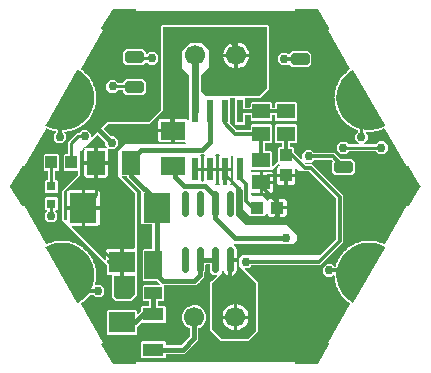
<source format=gbr>
G04 EAGLE Gerber RS-274X export*
G75*
%MOMM*%
%FSLAX34Y34*%
%LPD*%
%INTop Copper*%
%IPPOS*%
%AMOC8*
5,1,8,0,0,1.08239X$1,22.5*%
G01*
%ADD10R,0.800000X0.800000*%
%ADD11R,1.000000X1.100000*%
%ADD12C,0.499997*%
%ADD13C,1.000000*%
%ADD14R,1.500000X2.000000*%
%ADD15R,2.310000X2.520000*%
%ADD16R,0.558800X1.981200*%
%ADD17R,1.500000X1.300000*%
%ADD18C,1.700000*%
%ADD19R,1.100000X1.000000*%
%ADD20R,2.000000X1.500000*%
%ADD21R,2.200000X1.800000*%
%ADD22R,1.800000X1.120000*%
%ADD23R,1.500000X1.050000*%
%ADD24R,1.500000X2.400000*%
%ADD25C,0.600000*%
%ADD26C,0.756400*%
%ADD27C,0.254000*%
%ADD28C,0.406400*%
%ADD29C,0.304800*%
%ADD30C,0.609600*%

G36*
X278630Y195708D02*
X278630Y195708D01*
X278658Y195706D01*
X278726Y195728D01*
X278797Y195742D01*
X278820Y195758D01*
X278847Y195767D01*
X278902Y195814D01*
X278961Y195855D01*
X278976Y195879D01*
X278998Y195897D01*
X279029Y195962D01*
X279068Y196022D01*
X279073Y196050D01*
X279085Y196076D01*
X279094Y196177D01*
X279101Y196219D01*
X279099Y196229D01*
X279100Y196242D01*
X278982Y197719D01*
X413422Y197719D01*
X413304Y196242D01*
X413308Y196213D01*
X413303Y196185D01*
X413320Y196116D01*
X413328Y196044D01*
X413343Y196020D01*
X413349Y195992D01*
X413392Y195934D01*
X413428Y195872D01*
X413450Y195855D01*
X413467Y195832D01*
X413529Y195795D01*
X413586Y195752D01*
X413614Y195745D01*
X413638Y195730D01*
X413738Y195714D01*
X413779Y195703D01*
X413789Y195705D01*
X413802Y195703D01*
X432802Y195703D01*
X432878Y195718D01*
X432956Y195727D01*
X432975Y195738D01*
X432997Y195742D01*
X433061Y195786D01*
X433129Y195825D01*
X433145Y195844D01*
X433161Y195855D01*
X433185Y195893D01*
X433235Y195953D01*
X442735Y212453D01*
X442744Y212480D01*
X442760Y212504D01*
X442775Y212574D01*
X442798Y212642D01*
X442795Y212670D01*
X442801Y212698D01*
X442788Y212769D01*
X442782Y212840D01*
X442769Y212865D01*
X442763Y212893D01*
X442723Y212953D01*
X442690Y213016D01*
X442668Y213034D01*
X442652Y213058D01*
X442569Y213116D01*
X442537Y213143D01*
X442526Y213146D01*
X442516Y213153D01*
X441197Y213777D01*
X460088Y246497D01*
X460115Y246579D01*
X460147Y246660D01*
X460147Y246674D01*
X460152Y246687D01*
X460145Y246774D01*
X460144Y246860D01*
X460138Y246873D01*
X460137Y246887D01*
X460098Y246964D01*
X460062Y247044D01*
X460052Y247054D01*
X460046Y247066D01*
X460003Y247101D01*
X459934Y247170D01*
X458814Y247933D01*
X458749Y247960D01*
X458687Y247995D01*
X458655Y248000D01*
X458629Y248011D01*
X458577Y248011D01*
X458509Y248021D01*
X458503Y248020D01*
X458028Y248462D01*
X457998Y248480D01*
X457968Y248509D01*
X457432Y248874D01*
X457431Y248880D01*
X457404Y248945D01*
X457386Y249013D01*
X457366Y249039D01*
X457356Y249065D01*
X457319Y249102D01*
X457278Y249157D01*
X455539Y250770D01*
X455479Y250806D01*
X455423Y250850D01*
X455392Y250860D01*
X455368Y250874D01*
X455317Y250882D01*
X455250Y250902D01*
X455245Y250902D01*
X454840Y251410D01*
X454814Y251432D01*
X454789Y251465D01*
X454313Y251906D01*
X454313Y251912D01*
X454296Y251980D01*
X454288Y252051D01*
X454272Y252079D01*
X454266Y252107D01*
X454235Y252148D01*
X454202Y252209D01*
X452723Y254063D01*
X452669Y254108D01*
X452621Y254159D01*
X452591Y254173D01*
X452570Y254191D01*
X452520Y254207D01*
X452458Y254236D01*
X452452Y254238D01*
X452128Y254800D01*
X452105Y254826D01*
X452085Y254862D01*
X451680Y255369D01*
X451681Y255375D01*
X451675Y255445D01*
X451677Y255516D01*
X451666Y255547D01*
X451664Y255575D01*
X451640Y255620D01*
X451616Y255685D01*
X450430Y257739D01*
X450383Y257792D01*
X450343Y257850D01*
X450316Y257868D01*
X450297Y257889D01*
X450251Y257911D01*
X450193Y257950D01*
X450188Y257952D01*
X449951Y258556D01*
X449932Y258585D01*
X449918Y258624D01*
X449593Y259186D01*
X449595Y259191D01*
X449599Y259262D01*
X449612Y259331D01*
X449606Y259363D01*
X449607Y259391D01*
X449590Y259440D01*
X449577Y259508D01*
X448710Y261715D01*
X448672Y261774D01*
X448641Y261838D01*
X448616Y261860D01*
X448601Y261884D01*
X448559Y261913D01*
X448507Y261959D01*
X448503Y261962D01*
X448358Y262595D01*
X448344Y262626D01*
X448336Y262667D01*
X448099Y263271D01*
X448101Y263276D01*
X448116Y263345D01*
X448139Y263412D01*
X448137Y263445D01*
X448143Y263472D01*
X448133Y263523D01*
X448130Y263592D01*
X447602Y265904D01*
X447573Y265968D01*
X447552Y266035D01*
X447531Y266061D01*
X447519Y266086D01*
X447482Y266121D01*
X447438Y266175D01*
X447434Y266179D01*
X447385Y266826D01*
X447376Y266859D01*
X447374Y266901D01*
X447229Y267533D01*
X447232Y267538D01*
X447257Y267604D01*
X447290Y267667D01*
X447293Y267699D01*
X447303Y267726D01*
X447301Y267777D01*
X447308Y267846D01*
X447131Y270211D01*
X447111Y270278D01*
X447101Y270348D01*
X447084Y270377D01*
X447076Y270404D01*
X447044Y270444D01*
X447009Y270504D01*
X447005Y270508D01*
X447023Y270744D01*
X447021Y270762D01*
X447023Y270773D01*
X447022Y270776D01*
X447025Y270787D01*
X447008Y270865D01*
X446998Y270943D01*
X446987Y270962D01*
X446983Y270983D01*
X446938Y271048D01*
X446898Y271117D01*
X446881Y271130D01*
X446869Y271148D01*
X446802Y271191D01*
X446739Y271238D01*
X446718Y271244D01*
X446699Y271256D01*
X446621Y271269D01*
X446545Y271289D01*
X446523Y271285D01*
X446502Y271289D01*
X446425Y271271D01*
X446346Y271260D01*
X446328Y271248D01*
X446307Y271244D01*
X446221Y271184D01*
X446175Y271156D01*
X446169Y271148D01*
X446159Y271141D01*
X444793Y269775D01*
X440397Y269775D01*
X437288Y272884D01*
X437288Y277280D01*
X440397Y280389D01*
X444793Y280389D01*
X446903Y278279D01*
X446909Y278275D01*
X446914Y278269D01*
X446992Y278220D01*
X447070Y278168D01*
X447077Y278167D01*
X447084Y278163D01*
X447261Y278131D01*
X447570Y278131D01*
X447618Y278140D01*
X447667Y278140D01*
X447715Y278160D01*
X447766Y278170D01*
X447807Y278198D01*
X447853Y278217D01*
X447889Y278254D01*
X447932Y278283D01*
X447959Y278324D01*
X447994Y278360D01*
X448016Y278413D01*
X448041Y278451D01*
X448047Y278486D01*
X448064Y278525D01*
X448125Y278794D01*
X448127Y278864D01*
X448132Y278889D01*
X448131Y278891D01*
X448137Y278935D01*
X448130Y278966D01*
X448130Y278995D01*
X448112Y279043D01*
X448096Y279110D01*
X448093Y279115D01*
X448330Y279719D01*
X448336Y279753D01*
X448353Y279791D01*
X448497Y280424D01*
X448502Y280427D01*
X448553Y280476D01*
X448609Y280518D01*
X448626Y280546D01*
X448647Y280565D01*
X448667Y280612D01*
X448704Y280671D01*
X449569Y282879D01*
X449582Y282949D01*
X449602Y283016D01*
X449599Y283049D01*
X449604Y283076D01*
X449593Y283127D01*
X449587Y283196D01*
X449586Y283201D01*
X449910Y283763D01*
X449921Y283796D01*
X449943Y283831D01*
X450180Y284435D01*
X450185Y284438D01*
X450243Y284478D01*
X450305Y284511D01*
X450326Y284536D01*
X450349Y284553D01*
X450376Y284596D01*
X450421Y284649D01*
X451606Y286703D01*
X451629Y286770D01*
X451659Y286834D01*
X451661Y286866D01*
X451670Y286893D01*
X451666Y286944D01*
X451671Y287014D01*
X451670Y287019D01*
X452075Y287526D01*
X452091Y287557D01*
X452117Y287589D01*
X452442Y288151D01*
X452447Y288153D01*
X452510Y288184D01*
X452577Y288208D01*
X452601Y288229D01*
X452626Y288242D01*
X452660Y288281D01*
X452712Y288326D01*
X454190Y290181D01*
X454222Y290244D01*
X454262Y290302D01*
X454269Y290334D01*
X454282Y290359D01*
X454286Y290411D01*
X454300Y290478D01*
X454300Y290484D01*
X454776Y290925D01*
X454796Y290953D01*
X454828Y290981D01*
X455232Y291488D01*
X455237Y291489D01*
X455305Y291510D01*
X455374Y291524D01*
X455402Y291542D01*
X455428Y291550D01*
X455467Y291584D01*
X455526Y291621D01*
X457263Y293235D01*
X457305Y293292D01*
X457352Y293344D01*
X457364Y293375D01*
X457380Y293397D01*
X457392Y293448D01*
X457417Y293512D01*
X457418Y293518D01*
X457954Y293883D01*
X457978Y293908D01*
X458013Y293931D01*
X458489Y294372D01*
X458494Y294372D01*
X458564Y294383D01*
X458634Y294386D01*
X458664Y294400D01*
X458692Y294404D01*
X458736Y294432D01*
X458799Y294460D01*
X460758Y295796D01*
X460807Y295847D01*
X460862Y295891D01*
X460878Y295920D01*
X460898Y295940D01*
X460917Y295988D01*
X460951Y296048D01*
X460952Y296053D01*
X461537Y296335D01*
X461565Y296356D01*
X461603Y296373D01*
X462139Y296739D01*
X462144Y296738D01*
X462215Y296738D01*
X462285Y296731D01*
X462316Y296740D01*
X462344Y296740D01*
X462392Y296761D01*
X462458Y296779D01*
X464595Y297809D01*
X464651Y297851D01*
X464712Y297887D01*
X464732Y297913D01*
X464754Y297930D01*
X464780Y297974D01*
X464823Y298029D01*
X464826Y298034D01*
X465446Y298225D01*
X465476Y298242D01*
X465516Y298253D01*
X466101Y298534D01*
X466106Y298533D01*
X466176Y298523D01*
X466244Y298505D01*
X466277Y298509D01*
X466304Y298505D01*
X466354Y298518D01*
X466423Y298527D01*
X468689Y299226D01*
X468751Y299260D01*
X468816Y299286D01*
X468840Y299309D01*
X468865Y299322D01*
X468897Y299363D01*
X468947Y299410D01*
X468950Y299415D01*
X469592Y299511D01*
X469625Y299523D01*
X469666Y299528D01*
X470286Y299720D01*
X470291Y299717D01*
X470313Y299711D01*
X470317Y299708D01*
X470330Y299706D01*
X470359Y299697D01*
X470423Y299669D01*
X470456Y299668D01*
X470483Y299660D01*
X470534Y299666D01*
X470604Y299664D01*
X472948Y300018D01*
X473015Y300043D01*
X473083Y300059D01*
X473110Y300077D01*
X473137Y300087D01*
X473175Y300122D01*
X473231Y300161D01*
X473235Y300165D01*
X473884Y300165D01*
X473918Y300172D01*
X473960Y300171D01*
X474601Y300268D01*
X474606Y300265D01*
X474670Y300235D01*
X474730Y300198D01*
X474762Y300192D01*
X474787Y300180D01*
X474839Y300178D01*
X474907Y300166D01*
X477278Y300167D01*
X477348Y300181D01*
X477418Y300186D01*
X477447Y300201D01*
X477475Y300206D01*
X477518Y300235D01*
X477580Y300266D01*
X477584Y300269D01*
X478226Y300173D01*
X478260Y300174D01*
X478301Y300167D01*
X478950Y300167D01*
X478954Y300163D01*
X479013Y300124D01*
X479067Y300078D01*
X479098Y300068D01*
X479121Y300052D01*
X479172Y300043D01*
X479237Y300020D01*
X481582Y299668D01*
X481653Y299671D01*
X481723Y299666D01*
X481754Y299676D01*
X481782Y299678D01*
X481829Y299700D01*
X481874Y299714D01*
X481880Y299716D01*
X481883Y299717D01*
X481895Y299721D01*
X481900Y299724D01*
X482520Y299532D01*
X482554Y299529D01*
X482594Y299516D01*
X483235Y299419D01*
X483239Y299415D01*
X483291Y299367D01*
X483337Y299314D01*
X483366Y299299D01*
X483387Y299280D01*
X483436Y299263D01*
X483497Y299231D01*
X485764Y298533D01*
X485834Y298526D01*
X485903Y298511D01*
X485935Y298516D01*
X485963Y298513D01*
X486012Y298528D01*
X486081Y298539D01*
X486086Y298541D01*
X486671Y298259D01*
X486704Y298251D01*
X486741Y298232D01*
X487361Y298041D01*
X487364Y298036D01*
X487409Y297981D01*
X487446Y297922D01*
X487473Y297902D01*
X487491Y297881D01*
X487536Y297857D01*
X487592Y297816D01*
X488830Y297220D01*
X488914Y297199D01*
X488997Y297173D01*
X489011Y297174D01*
X489024Y297171D01*
X489110Y297184D01*
X489196Y297192D01*
X489209Y297198D01*
X489223Y297200D01*
X489297Y297245D01*
X489373Y297286D01*
X489383Y297298D01*
X489394Y297305D01*
X489427Y297350D01*
X489489Y297424D01*
X508381Y330145D01*
X509618Y329291D01*
X509645Y329280D01*
X509667Y329261D01*
X509736Y329241D01*
X509801Y329213D01*
X509830Y329213D01*
X509858Y329205D01*
X509929Y329213D01*
X510000Y329213D01*
X510027Y329224D01*
X510056Y329227D01*
X510118Y329262D01*
X510183Y329290D01*
X510204Y329310D01*
X510229Y329325D01*
X510292Y329402D01*
X510322Y329432D01*
X510326Y329442D01*
X510335Y329453D01*
X519835Y345953D01*
X519845Y345985D01*
X519854Y345998D01*
X519858Y346022D01*
X519859Y346026D01*
X519890Y346096D01*
X519890Y346120D01*
X519898Y346142D01*
X519892Y346218D01*
X519893Y346295D01*
X519883Y346319D01*
X519882Y346340D01*
X519861Y346379D01*
X519835Y346451D01*
X510335Y362951D01*
X510316Y362973D01*
X510303Y362999D01*
X510250Y363047D01*
X510203Y363100D01*
X510177Y363113D01*
X510156Y363132D01*
X510088Y363155D01*
X510024Y363186D01*
X509995Y363188D01*
X509968Y363197D01*
X509896Y363192D01*
X509825Y363195D01*
X509798Y363185D01*
X509769Y363183D01*
X509679Y363141D01*
X509639Y363126D01*
X509631Y363119D01*
X509618Y363113D01*
X508381Y362259D01*
X489489Y394980D01*
X489432Y395045D01*
X489378Y395113D01*
X489366Y395120D01*
X489357Y395131D01*
X489279Y395168D01*
X489203Y395210D01*
X489189Y395212D01*
X489176Y395218D01*
X489090Y395222D01*
X489004Y395232D01*
X488989Y395228D01*
X488976Y395228D01*
X488924Y395210D01*
X488830Y395184D01*
X487592Y394588D01*
X487536Y394545D01*
X487475Y394510D01*
X487455Y394484D01*
X487432Y394467D01*
X487406Y394422D01*
X487364Y394368D01*
X487361Y394363D01*
X486741Y394172D01*
X486711Y394156D01*
X486671Y394145D01*
X486086Y393863D01*
X486081Y393865D01*
X486011Y393875D01*
X485942Y393893D01*
X485910Y393889D01*
X485882Y393893D01*
X485832Y393879D01*
X485764Y393871D01*
X483497Y393173D01*
X483435Y393139D01*
X483370Y393113D01*
X483346Y393090D01*
X483321Y393077D01*
X483289Y393037D01*
X483239Y392989D01*
X483235Y392985D01*
X482594Y392888D01*
X482561Y392877D01*
X482520Y392872D01*
X481900Y392680D01*
X481895Y392683D01*
X481827Y392703D01*
X481762Y392731D01*
X481730Y392732D01*
X481703Y392740D01*
X481651Y392734D01*
X481582Y392736D01*
X479237Y392384D01*
X479171Y392360D01*
X479102Y392343D01*
X479075Y392325D01*
X479049Y392315D01*
X479011Y392280D01*
X478954Y392241D01*
X478950Y392237D01*
X478301Y392237D01*
X478267Y392230D01*
X478226Y392231D01*
X477584Y392135D01*
X477580Y392138D01*
X477516Y392168D01*
X477456Y392205D01*
X477423Y392211D01*
X477398Y392223D01*
X477346Y392225D01*
X477278Y392237D01*
X474907Y392238D01*
X474838Y392224D01*
X474767Y392219D01*
X474738Y392204D01*
X474711Y392199D01*
X474668Y392170D01*
X474606Y392139D01*
X474601Y392136D01*
X474148Y392204D01*
X474107Y392202D01*
X474067Y392210D01*
X474008Y392198D01*
X473948Y392195D01*
X473911Y392177D01*
X473871Y392168D01*
X473822Y392134D01*
X473767Y392108D01*
X473740Y392077D01*
X473706Y392054D01*
X473674Y392003D01*
X473634Y391958D01*
X473621Y391919D01*
X473599Y391885D01*
X473589Y391825D01*
X473569Y391768D01*
X473572Y391728D01*
X473565Y391687D01*
X473579Y391629D01*
X473583Y391568D01*
X473602Y391532D01*
X473611Y391492D01*
X473650Y391435D01*
X473674Y391389D01*
X473695Y391371D01*
X473714Y391344D01*
X475072Y389985D01*
X475072Y385589D01*
X471990Y382507D01*
X471989Y382505D01*
X471987Y382504D01*
X471934Y382423D01*
X471879Y382340D01*
X471879Y382338D01*
X471878Y382336D01*
X471860Y382240D01*
X471842Y382143D01*
X471842Y382141D01*
X471842Y382138D01*
X471863Y382042D01*
X471883Y381947D01*
X471885Y381945D01*
X471885Y381943D01*
X471942Y381863D01*
X471998Y381783D01*
X472000Y381781D01*
X472001Y381779D01*
X472084Y381728D01*
X472167Y381675D01*
X472170Y381675D01*
X472172Y381673D01*
X472349Y381641D01*
X481622Y381641D01*
X481630Y381643D01*
X481638Y381642D01*
X481728Y381663D01*
X481819Y381681D01*
X481825Y381685D01*
X481833Y381687D01*
X481981Y381790D01*
X484466Y384275D01*
X488862Y384275D01*
X491971Y381166D01*
X491971Y376770D01*
X488862Y373661D01*
X484466Y373661D01*
X482224Y375903D01*
X482217Y375908D01*
X482213Y375914D01*
X482134Y375963D01*
X482057Y376014D01*
X482049Y376016D01*
X482042Y376020D01*
X481865Y376052D01*
X459326Y376052D01*
X459318Y376050D01*
X459311Y376052D01*
X459221Y376031D01*
X459130Y376012D01*
X459123Y376008D01*
X459116Y376006D01*
X458968Y375903D01*
X456604Y373540D01*
X452208Y373540D01*
X449099Y376649D01*
X449099Y381045D01*
X452208Y384153D01*
X456604Y384153D01*
X458968Y381790D01*
X458974Y381786D01*
X458979Y381779D01*
X459057Y381730D01*
X459135Y381679D01*
X459142Y381678D01*
X459149Y381673D01*
X459326Y381641D01*
X467182Y381641D01*
X467185Y381642D01*
X467187Y381641D01*
X467282Y381662D01*
X467379Y381681D01*
X467381Y381682D01*
X467383Y381683D01*
X467463Y381739D01*
X467545Y381794D01*
X467546Y381796D01*
X467548Y381797D01*
X467601Y381881D01*
X467654Y381962D01*
X467654Y381964D01*
X467656Y381966D01*
X467672Y382063D01*
X467689Y382159D01*
X467689Y382162D01*
X467689Y382164D01*
X467667Y382258D01*
X467646Y382355D01*
X467644Y382357D01*
X467644Y382359D01*
X467541Y382507D01*
X464459Y385589D01*
X464459Y389985D01*
X466822Y392349D01*
X466827Y392355D01*
X466833Y392360D01*
X466882Y392438D01*
X466933Y392516D01*
X466935Y392524D01*
X466939Y392530D01*
X466971Y392708D01*
X466971Y393334D01*
X466965Y393364D01*
X466967Y393394D01*
X466945Y393461D01*
X466931Y393530D01*
X466914Y393555D01*
X466905Y393584D01*
X466858Y393638D01*
X466819Y393696D01*
X466793Y393713D01*
X466773Y393735D01*
X466698Y393775D01*
X466651Y393805D01*
X466632Y393809D01*
X466613Y393818D01*
X466423Y393877D01*
X466353Y393884D01*
X466284Y393900D01*
X466251Y393895D01*
X466224Y393897D01*
X466174Y393882D01*
X466106Y393871D01*
X466101Y393870D01*
X465516Y394151D01*
X465482Y394160D01*
X465446Y394179D01*
X464825Y394370D01*
X464823Y394375D01*
X464778Y394430D01*
X464740Y394490D01*
X464714Y394509D01*
X464696Y394531D01*
X464651Y394555D01*
X464595Y394595D01*
X462458Y395625D01*
X462390Y395642D01*
X462324Y395668D01*
X462291Y395668D01*
X462264Y395675D01*
X462213Y395667D01*
X462144Y395666D01*
X462139Y395665D01*
X461603Y396031D01*
X461571Y396045D01*
X461537Y396069D01*
X460952Y396351D01*
X460951Y396356D01*
X460915Y396417D01*
X460886Y396481D01*
X460863Y396504D01*
X460848Y396528D01*
X460807Y396559D01*
X460758Y396608D01*
X458799Y397944D01*
X458734Y397972D01*
X458672Y398007D01*
X458640Y398011D01*
X458614Y398022D01*
X458563Y398022D01*
X458494Y398032D01*
X458489Y398032D01*
X458013Y398473D01*
X457984Y398491D01*
X457954Y398521D01*
X457418Y398886D01*
X457417Y398892D01*
X457390Y398957D01*
X457372Y399025D01*
X457352Y399051D01*
X457341Y399077D01*
X457305Y399114D01*
X457263Y399169D01*
X455526Y400783D01*
X455466Y400820D01*
X455410Y400863D01*
X455379Y400873D01*
X455355Y400887D01*
X455304Y400895D01*
X455237Y400915D01*
X455232Y400916D01*
X454828Y401423D01*
X454801Y401446D01*
X454776Y401479D01*
X454300Y401920D01*
X454300Y401926D01*
X454284Y401995D01*
X454276Y402065D01*
X454260Y402093D01*
X454253Y402121D01*
X454223Y402162D01*
X454190Y402223D01*
X452712Y404078D01*
X452658Y404123D01*
X452610Y404175D01*
X452580Y404189D01*
X452559Y404207D01*
X452509Y404222D01*
X452447Y404251D01*
X452442Y404253D01*
X452117Y404815D01*
X452094Y404841D01*
X452075Y404878D01*
X451670Y405385D01*
X451671Y405390D01*
X451665Y405461D01*
X451667Y405531D01*
X451656Y405562D01*
X451654Y405590D01*
X451630Y405636D01*
X451606Y405701D01*
X450421Y407755D01*
X450374Y407808D01*
X450334Y407866D01*
X450307Y407884D01*
X450289Y407905D01*
X450242Y407928D01*
X450185Y407966D01*
X450180Y407969D01*
X449943Y408573D01*
X449924Y408602D01*
X449910Y408641D01*
X449586Y409203D01*
X449587Y409208D01*
X449592Y409279D01*
X449604Y409348D01*
X449598Y409380D01*
X449600Y409408D01*
X449583Y409457D01*
X449569Y409525D01*
X448704Y411733D01*
X448666Y411792D01*
X448635Y411855D01*
X448610Y411878D01*
X448595Y411901D01*
X448553Y411930D01*
X448502Y411977D01*
X448497Y411980D01*
X448353Y412613D01*
X448338Y412644D01*
X448330Y412685D01*
X448093Y413289D01*
X448096Y413294D01*
X448111Y413363D01*
X448134Y413430D01*
X448132Y413463D01*
X448138Y413490D01*
X448129Y413541D01*
X448125Y413610D01*
X447598Y415922D01*
X447570Y415986D01*
X447548Y416054D01*
X447528Y416079D01*
X447516Y416105D01*
X447478Y416140D01*
X447435Y416194D01*
X447431Y416197D01*
X447382Y416844D01*
X447373Y416878D01*
X447371Y416919D01*
X447227Y417552D01*
X447230Y417557D01*
X447255Y417623D01*
X447288Y417685D01*
X447291Y417718D01*
X447301Y417744D01*
X447299Y417796D01*
X447306Y417864D01*
X447130Y420229D01*
X447111Y420297D01*
X447100Y420367D01*
X447083Y420395D01*
X447076Y420422D01*
X447044Y420462D01*
X447009Y420522D01*
X447005Y420526D01*
X447054Y421173D01*
X447049Y421208D01*
X447054Y421249D01*
X447005Y421896D01*
X447009Y421900D01*
X447044Y421962D01*
X447085Y422019D01*
X447094Y422051D01*
X447107Y422075D01*
X447113Y422127D01*
X447131Y422193D01*
X447308Y424558D01*
X447300Y424628D01*
X447299Y424699D01*
X447287Y424729D01*
X447284Y424757D01*
X447258Y424802D01*
X447232Y424866D01*
X447229Y424871D01*
X447374Y425503D01*
X447375Y425538D01*
X447385Y425578D01*
X447434Y426225D01*
X447438Y426229D01*
X447482Y426285D01*
X447531Y426335D01*
X447544Y426365D01*
X447561Y426387D01*
X447575Y426437D01*
X447602Y426500D01*
X448130Y428812D01*
X448132Y428883D01*
X448142Y428953D01*
X448135Y428984D01*
X448135Y429012D01*
X448117Y429061D01*
X448101Y429128D01*
X448099Y429133D01*
X448336Y429737D01*
X448342Y429771D01*
X448358Y429809D01*
X448503Y430442D01*
X448507Y430445D01*
X448559Y430493D01*
X448615Y430536D01*
X448632Y430563D01*
X448653Y430583D01*
X448674Y430630D01*
X448710Y430689D01*
X449577Y432896D01*
X449589Y432966D01*
X449610Y433033D01*
X449607Y433066D01*
X449612Y433093D01*
X449601Y433144D01*
X449595Y433213D01*
X449593Y433218D01*
X449918Y433780D01*
X449929Y433813D01*
X449951Y433848D01*
X450188Y434452D01*
X450193Y434454D01*
X450251Y434495D01*
X450313Y434528D01*
X450335Y434553D01*
X450358Y434569D01*
X450385Y434613D01*
X450430Y434665D01*
X451616Y436719D01*
X451639Y436786D01*
X451669Y436849D01*
X451671Y436882D01*
X451680Y436909D01*
X451676Y436960D01*
X451681Y437029D01*
X451680Y437035D01*
X452085Y437542D01*
X452101Y437573D01*
X452128Y437604D01*
X452452Y438166D01*
X452458Y438168D01*
X452502Y438190D01*
X452527Y438195D01*
X452547Y438208D01*
X452588Y438223D01*
X452612Y438244D01*
X452637Y438257D01*
X452665Y438288D01*
X452693Y438307D01*
X452704Y438324D01*
X452723Y438341D01*
X454202Y440195D01*
X454234Y440258D01*
X454274Y440316D01*
X454281Y440348D01*
X454294Y440373D01*
X454298Y440425D01*
X454313Y440492D01*
X454313Y440498D01*
X454789Y440939D01*
X454809Y440967D01*
X454840Y440994D01*
X455245Y441502D01*
X455250Y441502D01*
X455318Y441524D01*
X455387Y441537D01*
X455415Y441555D01*
X455441Y441564D01*
X455481Y441597D01*
X455539Y441634D01*
X457278Y443247D01*
X457319Y443304D01*
X457367Y443356D01*
X457378Y443387D01*
X457395Y443409D01*
X457406Y443460D01*
X457431Y443524D01*
X457432Y443530D01*
X457968Y443895D01*
X457993Y443920D01*
X458028Y443942D01*
X458503Y444384D01*
X458509Y444383D01*
X458579Y444395D01*
X458649Y444398D01*
X458679Y444411D01*
X458707Y444415D01*
X458751Y444443D01*
X458814Y444471D01*
X459934Y445234D01*
X459994Y445296D01*
X460058Y445355D01*
X460064Y445368D01*
X460074Y445378D01*
X460106Y445458D01*
X460142Y445537D01*
X460143Y445551D01*
X460148Y445564D01*
X460146Y445651D01*
X460149Y445737D01*
X460144Y445751D01*
X460143Y445764D01*
X460121Y445815D01*
X460088Y445907D01*
X441197Y478627D01*
X442516Y479251D01*
X442538Y479268D01*
X442565Y479278D01*
X442617Y479327D01*
X442675Y479370D01*
X442689Y479395D01*
X442710Y479414D01*
X442739Y479480D01*
X442775Y479542D01*
X442778Y479570D01*
X442790Y479596D01*
X442791Y479668D01*
X442800Y479739D01*
X442792Y479766D01*
X442793Y479795D01*
X442757Y479890D01*
X442746Y479930D01*
X442739Y479939D01*
X442735Y479951D01*
X433235Y496451D01*
X433183Y496510D01*
X433137Y496572D01*
X433118Y496583D01*
X433103Y496600D01*
X433033Y496634D01*
X432966Y496674D01*
X432942Y496678D01*
X432924Y496686D01*
X432879Y496688D01*
X432802Y496701D01*
X413802Y496701D01*
X413774Y496696D01*
X413746Y496698D01*
X413678Y496676D01*
X413607Y496662D01*
X413584Y496646D01*
X413557Y496637D01*
X413502Y496590D01*
X413443Y496549D01*
X413428Y496525D01*
X413407Y496507D01*
X413375Y496442D01*
X413336Y496382D01*
X413331Y496354D01*
X413319Y496328D01*
X413310Y496227D01*
X413303Y496185D01*
X413305Y496175D01*
X413304Y496162D01*
X413422Y494685D01*
X278982Y494685D01*
X279100Y496162D01*
X279096Y496191D01*
X279101Y496219D01*
X279084Y496288D01*
X279076Y496360D01*
X279062Y496384D01*
X279055Y496412D01*
X279012Y496470D01*
X278977Y496532D01*
X278954Y496549D01*
X278937Y496572D01*
X278875Y496609D01*
X278818Y496652D01*
X278790Y496659D01*
X278766Y496674D01*
X278666Y496690D01*
X278625Y496701D01*
X278615Y496699D01*
X278602Y496701D01*
X259602Y496701D01*
X259526Y496686D01*
X259448Y496677D01*
X259429Y496666D01*
X259407Y496662D01*
X259343Y496618D01*
X259275Y496579D01*
X259259Y496560D01*
X259243Y496549D01*
X259219Y496511D01*
X259169Y496451D01*
X249669Y479951D01*
X249660Y479924D01*
X249644Y479900D01*
X249629Y479830D01*
X249606Y479762D01*
X249609Y479734D01*
X249603Y479706D01*
X249617Y479636D01*
X249622Y479564D01*
X249635Y479539D01*
X249641Y479511D01*
X249681Y479451D01*
X249714Y479388D01*
X249736Y479370D01*
X249752Y479346D01*
X249835Y479288D01*
X249867Y479261D01*
X249878Y479258D01*
X249889Y479251D01*
X251207Y478627D01*
X232316Y445907D01*
X232289Y445825D01*
X232257Y445744D01*
X232257Y445730D01*
X232252Y445717D01*
X232259Y445630D01*
X232260Y445544D01*
X232266Y445531D01*
X232267Y445517D01*
X232306Y445440D01*
X232342Y445360D01*
X232352Y445350D01*
X232358Y445338D01*
X232401Y445302D01*
X232470Y445234D01*
X233590Y444471D01*
X233655Y444444D01*
X233717Y444409D01*
X233749Y444404D01*
X233775Y444393D01*
X233827Y444393D01*
X233895Y444383D01*
X233901Y444383D01*
X234376Y443942D01*
X234406Y443924D01*
X234436Y443895D01*
X234972Y443530D01*
X234973Y443524D01*
X235000Y443459D01*
X235018Y443391D01*
X235038Y443365D01*
X235048Y443339D01*
X235085Y443302D01*
X235126Y443247D01*
X236865Y441634D01*
X236926Y441598D01*
X236981Y441554D01*
X237012Y441544D01*
X237036Y441530D01*
X237087Y441522D01*
X237154Y441502D01*
X237159Y441502D01*
X237564Y440994D01*
X237590Y440972D01*
X237615Y440939D01*
X238091Y440498D01*
X238091Y440492D01*
X238108Y440424D01*
X238116Y440353D01*
X238132Y440325D01*
X238138Y440297D01*
X238169Y440256D01*
X238202Y440195D01*
X239681Y438341D01*
X239708Y438319D01*
X239726Y438293D01*
X239754Y438276D01*
X239783Y438245D01*
X239813Y438231D01*
X239834Y438213D01*
X239877Y438199D01*
X239896Y438187D01*
X239910Y438185D01*
X239946Y438168D01*
X239952Y438166D01*
X240276Y437604D01*
X240299Y437578D01*
X240319Y437542D01*
X240724Y437035D01*
X240723Y437029D01*
X240729Y436959D01*
X240727Y436888D01*
X240738Y436857D01*
X240740Y436829D01*
X240764Y436784D01*
X240788Y436719D01*
X241974Y434665D01*
X242021Y434612D01*
X242061Y434554D01*
X242088Y434536D01*
X242107Y434515D01*
X242153Y434493D01*
X242211Y434454D01*
X242216Y434452D01*
X242453Y433848D01*
X242472Y433819D01*
X242486Y433780D01*
X242811Y433218D01*
X242809Y433213D01*
X242805Y433142D01*
X242792Y433073D01*
X242798Y433041D01*
X242797Y433013D01*
X242814Y432964D01*
X242827Y432896D01*
X243694Y430689D01*
X243732Y430630D01*
X243763Y430566D01*
X243788Y430544D01*
X243803Y430520D01*
X243845Y430491D01*
X243897Y430445D01*
X243901Y430442D01*
X244046Y429809D01*
X244060Y429778D01*
X244068Y429737D01*
X244305Y429133D01*
X244303Y429128D01*
X244288Y429059D01*
X244265Y428992D01*
X244267Y428959D01*
X244261Y428932D01*
X244271Y428881D01*
X244274Y428812D01*
X244802Y426500D01*
X244831Y426436D01*
X244852Y426369D01*
X244873Y426343D01*
X244885Y426318D01*
X244922Y426283D01*
X244966Y426229D01*
X244970Y426225D01*
X245019Y425578D01*
X245028Y425545D01*
X245030Y425503D01*
X245175Y424871D01*
X245172Y424866D01*
X245147Y424800D01*
X245114Y424737D01*
X245111Y424705D01*
X245101Y424678D01*
X245103Y424627D01*
X245096Y424558D01*
X245273Y422193D01*
X245293Y422126D01*
X245303Y422056D01*
X245320Y422027D01*
X245328Y422000D01*
X245360Y421960D01*
X245395Y421900D01*
X245399Y421896D01*
X245350Y421249D01*
X245355Y421215D01*
X245350Y421173D01*
X245399Y420526D01*
X245395Y420522D01*
X245361Y420461D01*
X245319Y420404D01*
X245311Y420372D01*
X245297Y420347D01*
X245291Y420296D01*
X245274Y420229D01*
X245098Y417864D01*
X245106Y417794D01*
X245107Y417724D01*
X245119Y417693D01*
X245123Y417665D01*
X245148Y417621D01*
X245174Y417557D01*
X245177Y417552D01*
X245033Y416919D01*
X245032Y416885D01*
X245022Y416844D01*
X244973Y416197D01*
X244969Y416194D01*
X244926Y416138D01*
X244876Y416088D01*
X244863Y416058D01*
X244846Y416035D01*
X244833Y415985D01*
X244806Y415922D01*
X244279Y413610D01*
X244277Y413539D01*
X244267Y413469D01*
X244274Y413438D01*
X244274Y413410D01*
X244292Y413361D01*
X244308Y413294D01*
X244311Y413289D01*
X244074Y412685D01*
X244068Y412651D01*
X244051Y412613D01*
X243907Y411980D01*
X243902Y411977D01*
X243851Y411928D01*
X243795Y411886D01*
X243778Y411858D01*
X243757Y411839D01*
X243737Y411792D01*
X243700Y411733D01*
X242835Y409525D01*
X242822Y409455D01*
X242802Y409388D01*
X242805Y409355D01*
X242800Y409328D01*
X242811Y409277D01*
X242817Y409208D01*
X242818Y409203D01*
X242494Y408641D01*
X242483Y408608D01*
X242461Y408573D01*
X242224Y407969D01*
X242219Y407966D01*
X242161Y407926D01*
X242099Y407893D01*
X242078Y407868D01*
X242055Y407851D01*
X242028Y407808D01*
X241983Y407755D01*
X240798Y405701D01*
X240775Y405634D01*
X240745Y405570D01*
X240743Y405538D01*
X240734Y405511D01*
X240738Y405460D01*
X240733Y405390D01*
X240734Y405385D01*
X240329Y404878D01*
X240313Y404847D01*
X240287Y404815D01*
X239962Y404253D01*
X239957Y404251D01*
X239894Y404220D01*
X239827Y404196D01*
X239803Y404175D01*
X239778Y404162D01*
X239744Y404123D01*
X239692Y404078D01*
X238214Y402223D01*
X238182Y402160D01*
X238142Y402102D01*
X238135Y402070D01*
X238122Y402045D01*
X238118Y401993D01*
X238104Y401926D01*
X238104Y401920D01*
X237628Y401479D01*
X237608Y401451D01*
X237576Y401423D01*
X237172Y400916D01*
X237167Y400915D01*
X237099Y400894D01*
X237030Y400880D01*
X237002Y400862D01*
X236976Y400854D01*
X236937Y400820D01*
X236878Y400783D01*
X235141Y399169D01*
X235099Y399112D01*
X235052Y399060D01*
X235040Y399029D01*
X235024Y399007D01*
X235012Y398956D01*
X234987Y398892D01*
X234986Y398886D01*
X234450Y398521D01*
X234426Y398496D01*
X234391Y398473D01*
X233915Y398032D01*
X233910Y398032D01*
X233840Y398021D01*
X233770Y398018D01*
X233740Y398004D01*
X233712Y398000D01*
X233668Y397972D01*
X233605Y397944D01*
X231646Y396608D01*
X231597Y396557D01*
X231542Y396513D01*
X231526Y396484D01*
X231506Y396464D01*
X231487Y396416D01*
X231453Y396356D01*
X231452Y396351D01*
X230867Y396069D01*
X230839Y396048D01*
X230801Y396031D01*
X230265Y395665D01*
X230260Y395666D01*
X230189Y395666D01*
X230119Y395673D01*
X230088Y395664D01*
X230060Y395664D01*
X230012Y395643D01*
X229946Y395625D01*
X227809Y394595D01*
X227753Y394553D01*
X227692Y394517D01*
X227672Y394491D01*
X227650Y394474D01*
X227624Y394430D01*
X227581Y394375D01*
X227579Y394370D01*
X226958Y394179D01*
X226928Y394162D01*
X226888Y394151D01*
X226303Y393870D01*
X226298Y393871D01*
X226228Y393881D01*
X226160Y393899D01*
X226127Y393895D01*
X226100Y393899D01*
X226050Y393886D01*
X225981Y393877D01*
X223715Y393178D01*
X223653Y393144D01*
X223588Y393118D01*
X223564Y393095D01*
X223539Y393082D01*
X223507Y393041D01*
X223457Y392994D01*
X223454Y392989D01*
X222812Y392893D01*
X222779Y392881D01*
X222738Y392876D01*
X222118Y392684D01*
X222113Y392687D01*
X222045Y392707D01*
X221981Y392735D01*
X221948Y392736D01*
X221921Y392744D01*
X221870Y392738D01*
X221800Y392740D01*
X219456Y392386D01*
X219389Y392361D01*
X219321Y392345D01*
X219294Y392327D01*
X219267Y392317D01*
X219229Y392282D01*
X219173Y392243D01*
X219169Y392239D01*
X218845Y392239D01*
X218842Y392238D01*
X218840Y392239D01*
X218744Y392218D01*
X218648Y392199D01*
X218646Y392198D01*
X218643Y392197D01*
X218562Y392141D01*
X218482Y392086D01*
X218481Y392084D01*
X218479Y392083D01*
X218425Y391998D01*
X218373Y391918D01*
X218373Y391916D01*
X218371Y391914D01*
X218355Y391816D01*
X218338Y391721D01*
X218338Y391718D01*
X218338Y391716D01*
X218360Y391622D01*
X218381Y391525D01*
X218383Y391523D01*
X218383Y391521D01*
X218486Y391373D01*
X219829Y390030D01*
X219829Y385634D01*
X216720Y382525D01*
X212324Y382525D01*
X209215Y385634D01*
X209215Y390030D01*
X211013Y391827D01*
X211027Y391848D01*
X211046Y391864D01*
X211082Y391931D01*
X211124Y391994D01*
X211128Y392019D01*
X211140Y392041D01*
X211147Y392117D01*
X211161Y392191D01*
X211156Y392216D01*
X211158Y392241D01*
X211135Y392313D01*
X211120Y392387D01*
X211105Y392408D01*
X211097Y392432D01*
X211048Y392489D01*
X211005Y392552D01*
X210984Y392565D01*
X210967Y392585D01*
X210900Y392619D01*
X210836Y392659D01*
X210811Y392663D01*
X210788Y392675D01*
X210713Y392680D01*
X210638Y392693D01*
X210614Y392687D01*
X210588Y392689D01*
X210534Y392671D01*
X209884Y392872D01*
X209850Y392875D01*
X209810Y392888D01*
X209169Y392985D01*
X209165Y392989D01*
X209113Y393037D01*
X209067Y393090D01*
X209038Y393105D01*
X209017Y393124D01*
X208968Y393141D01*
X208907Y393173D01*
X206640Y393871D01*
X206570Y393878D01*
X206501Y393893D01*
X206469Y393888D01*
X206441Y393891D01*
X206392Y393876D01*
X206323Y393865D01*
X206318Y393863D01*
X205733Y394145D01*
X205700Y394153D01*
X205663Y394172D01*
X205043Y394363D01*
X205040Y394368D01*
X204996Y394423D01*
X204958Y394482D01*
X204931Y394502D01*
X204913Y394523D01*
X204868Y394547D01*
X204812Y394588D01*
X203574Y395184D01*
X203490Y395205D01*
X203407Y395231D01*
X203393Y395230D01*
X203380Y395233D01*
X203294Y395220D01*
X203208Y395212D01*
X203195Y395206D01*
X203181Y395204D01*
X203108Y395159D01*
X203031Y395118D01*
X203021Y395106D01*
X203010Y395099D01*
X202977Y395055D01*
X202915Y394980D01*
X184023Y362259D01*
X182786Y363113D01*
X182759Y363124D01*
X182737Y363143D01*
X182668Y363163D01*
X182603Y363191D01*
X182574Y363191D01*
X182546Y363199D01*
X182475Y363191D01*
X182404Y363192D01*
X182377Y363180D01*
X182348Y363177D01*
X182286Y363142D01*
X182221Y363114D01*
X182200Y363094D01*
X182175Y363079D01*
X182112Y363002D01*
X182082Y362972D01*
X182078Y362962D01*
X182069Y362951D01*
X172569Y346451D01*
X172545Y346378D01*
X172514Y346308D01*
X172514Y346284D01*
X172506Y346262D01*
X172513Y346186D01*
X172512Y346109D01*
X172521Y346085D01*
X172522Y346064D01*
X172543Y346025D01*
X172562Y345973D01*
X172563Y345967D01*
X172565Y345965D01*
X172569Y345953D01*
X182069Y329453D01*
X182088Y329431D01*
X182101Y329405D01*
X182154Y329357D01*
X182201Y329304D01*
X182227Y329291D01*
X182249Y329272D01*
X182316Y329249D01*
X182380Y329218D01*
X182409Y329217D01*
X182436Y329207D01*
X182508Y329212D01*
X182579Y329209D01*
X182606Y329219D01*
X182635Y329221D01*
X182725Y329263D01*
X182765Y329278D01*
X182773Y329285D01*
X182786Y329291D01*
X184023Y330145D01*
X202915Y297424D01*
X202972Y297359D01*
X203026Y297291D01*
X203038Y297284D01*
X203047Y297273D01*
X203125Y297236D01*
X203201Y297194D01*
X203215Y297192D01*
X203228Y297186D01*
X203314Y297182D01*
X203400Y297172D01*
X203415Y297176D01*
X203428Y297176D01*
X203480Y297194D01*
X203574Y297220D01*
X204812Y297816D01*
X204868Y297859D01*
X204929Y297894D01*
X204949Y297920D01*
X204972Y297937D01*
X204997Y297981D01*
X205040Y298036D01*
X205043Y298041D01*
X205663Y298232D01*
X205693Y298248D01*
X205733Y298259D01*
X206318Y298541D01*
X206323Y298539D01*
X206393Y298529D01*
X206462Y298511D01*
X206494Y298515D01*
X206522Y298511D01*
X206572Y298525D01*
X206640Y298533D01*
X208907Y299231D01*
X208969Y299265D01*
X209034Y299291D01*
X209058Y299314D01*
X209083Y299327D01*
X209115Y299367D01*
X209165Y299415D01*
X209169Y299419D01*
X209810Y299516D01*
X209843Y299527D01*
X209884Y299532D01*
X210504Y299724D01*
X210509Y299721D01*
X210533Y299714D01*
X210543Y299708D01*
X210569Y299703D01*
X210577Y299701D01*
X210642Y299673D01*
X210674Y299672D01*
X210701Y299664D01*
X210753Y299670D01*
X210822Y299668D01*
X213167Y300020D01*
X213233Y300044D01*
X213302Y300061D01*
X213329Y300079D01*
X213355Y300089D01*
X213393Y300124D01*
X213450Y300163D01*
X213454Y300167D01*
X214103Y300167D01*
X214137Y300174D01*
X214178Y300173D01*
X214820Y300269D01*
X214824Y300266D01*
X214888Y300236D01*
X214948Y300199D01*
X214981Y300193D01*
X215006Y300181D01*
X215058Y300179D01*
X215126Y300167D01*
X217497Y300166D01*
X217566Y300180D01*
X217637Y300185D01*
X217666Y300200D01*
X217693Y300205D01*
X217736Y300234D01*
X217798Y300265D01*
X217803Y300268D01*
X218444Y300171D01*
X218479Y300173D01*
X218520Y300165D01*
X219169Y300165D01*
X219173Y300161D01*
X219231Y300122D01*
X219285Y300077D01*
X219316Y300066D01*
X219340Y300050D01*
X219390Y300041D01*
X219456Y300018D01*
X221800Y299664D01*
X221871Y299668D01*
X221941Y299663D01*
X221973Y299673D01*
X222001Y299674D01*
X222047Y299696D01*
X222113Y299717D01*
X222118Y299720D01*
X222738Y299528D01*
X222772Y299525D01*
X222812Y299511D01*
X223454Y299415D01*
X223457Y299410D01*
X223509Y299363D01*
X223555Y299309D01*
X223585Y299294D01*
X223605Y299275D01*
X223654Y299258D01*
X223715Y299226D01*
X225981Y298527D01*
X226051Y298520D01*
X226120Y298504D01*
X226153Y298509D01*
X226181Y298507D01*
X226230Y298522D01*
X226298Y298533D01*
X226303Y298534D01*
X226888Y298253D01*
X226922Y298244D01*
X226958Y298225D01*
X227578Y298034D01*
X227581Y298029D01*
X227626Y297974D01*
X227664Y297914D01*
X227690Y297895D01*
X227708Y297873D01*
X227753Y297849D01*
X227809Y297809D01*
X229946Y296779D01*
X230014Y296762D01*
X230080Y296736D01*
X230113Y296736D01*
X230140Y296729D01*
X230191Y296737D01*
X230260Y296738D01*
X230265Y296739D01*
X230801Y296373D01*
X230833Y296359D01*
X230867Y296335D01*
X231452Y296053D01*
X231453Y296048D01*
X231489Y295987D01*
X231518Y295923D01*
X231541Y295900D01*
X231556Y295876D01*
X231597Y295845D01*
X231646Y295796D01*
X233605Y294460D01*
X233670Y294432D01*
X233732Y294397D01*
X233764Y294393D01*
X233790Y294382D01*
X233841Y294382D01*
X233910Y294372D01*
X233915Y294372D01*
X234391Y293931D01*
X234421Y293913D01*
X234450Y293883D01*
X234986Y293518D01*
X234987Y293512D01*
X235014Y293447D01*
X235032Y293379D01*
X235052Y293352D01*
X235063Y293327D01*
X235099Y293290D01*
X235141Y293235D01*
X236878Y291621D01*
X236938Y291584D01*
X236994Y291541D01*
X237025Y291531D01*
X237049Y291517D01*
X237100Y291509D01*
X237167Y291489D01*
X237172Y291488D01*
X237576Y290981D01*
X237603Y290958D01*
X237628Y290925D01*
X238104Y290484D01*
X238104Y290478D01*
X238120Y290409D01*
X238128Y290339D01*
X238144Y290311D01*
X238151Y290283D01*
X238181Y290242D01*
X238214Y290181D01*
X239692Y288326D01*
X239746Y288281D01*
X239794Y288229D01*
X239824Y288215D01*
X239845Y288197D01*
X239895Y288182D01*
X239957Y288153D01*
X239962Y288151D01*
X240287Y287589D01*
X240310Y287563D01*
X240329Y287526D01*
X240734Y287019D01*
X240733Y287014D01*
X240735Y286989D01*
X240734Y286984D01*
X240737Y286975D01*
X240739Y286943D01*
X240737Y286873D01*
X240748Y286842D01*
X240750Y286814D01*
X240774Y286768D01*
X240798Y286703D01*
X241983Y284649D01*
X242030Y284596D01*
X242070Y284538D01*
X242097Y284520D01*
X242115Y284499D01*
X242162Y284476D01*
X242219Y284438D01*
X242224Y284435D01*
X242461Y283831D01*
X242480Y283802D01*
X242494Y283763D01*
X242818Y283201D01*
X242817Y283196D01*
X242812Y283125D01*
X242800Y283056D01*
X242806Y283024D01*
X242804Y282996D01*
X242821Y282947D01*
X242835Y282879D01*
X243700Y280671D01*
X243738Y280612D01*
X243769Y280549D01*
X243794Y280526D01*
X243809Y280503D01*
X243851Y280474D01*
X243902Y280427D01*
X243907Y280424D01*
X244051Y279791D01*
X244066Y279760D01*
X244074Y279719D01*
X244311Y279115D01*
X244308Y279110D01*
X244293Y279041D01*
X244270Y278974D01*
X244272Y278941D01*
X244266Y278914D01*
X244273Y278874D01*
X244272Y278868D01*
X244276Y278853D01*
X244279Y278794D01*
X244806Y276482D01*
X244834Y276418D01*
X244856Y276350D01*
X244876Y276325D01*
X244888Y276299D01*
X244926Y276264D01*
X244969Y276210D01*
X244973Y276207D01*
X245022Y275560D01*
X245031Y275526D01*
X245033Y275485D01*
X245177Y274852D01*
X245174Y274847D01*
X245149Y274781D01*
X245116Y274719D01*
X245113Y274686D01*
X245103Y274660D01*
X245105Y274608D01*
X245098Y274540D01*
X245274Y272175D01*
X245293Y272107D01*
X245304Y272037D01*
X245321Y272009D01*
X245328Y271982D01*
X245360Y271942D01*
X245395Y271882D01*
X245399Y271878D01*
X245350Y271231D01*
X245355Y271196D01*
X245350Y271155D01*
X245399Y270508D01*
X245395Y270504D01*
X245360Y270442D01*
X245319Y270385D01*
X245310Y270353D01*
X245297Y270329D01*
X245291Y270277D01*
X245273Y270211D01*
X245096Y267846D01*
X245104Y267776D01*
X245105Y267705D01*
X245117Y267675D01*
X245120Y267647D01*
X245146Y267602D01*
X245172Y267538D01*
X245175Y267533D01*
X245030Y266901D01*
X245029Y266866D01*
X245019Y266826D01*
X244970Y266179D01*
X244966Y266175D01*
X244922Y266119D01*
X244873Y266069D01*
X244860Y266039D01*
X244843Y266017D01*
X244829Y265967D01*
X244802Y265904D01*
X244274Y263592D01*
X244272Y263521D01*
X244262Y263451D01*
X244269Y263420D01*
X244269Y263392D01*
X244287Y263343D01*
X244303Y263276D01*
X244351Y263167D01*
X244352Y263166D01*
X244352Y263164D01*
X244410Y263083D01*
X244466Y263003D01*
X244467Y263002D01*
X244468Y263001D01*
X244553Y262948D01*
X244635Y262896D01*
X244637Y262896D01*
X244638Y262895D01*
X244816Y262863D01*
X249086Y262863D01*
X252195Y259754D01*
X252195Y255358D01*
X249086Y252249D01*
X244690Y252249D01*
X242580Y254359D01*
X242574Y254363D01*
X242569Y254369D01*
X242491Y254418D01*
X242413Y254470D01*
X242406Y254471D01*
X242399Y254475D01*
X242222Y254507D01*
X240400Y254507D01*
X240328Y254493D01*
X240254Y254486D01*
X240230Y254473D01*
X240204Y254468D01*
X240142Y254426D01*
X240077Y254391D01*
X240058Y254369D01*
X240038Y254355D01*
X240009Y254310D01*
X239961Y254254D01*
X239952Y254238D01*
X239946Y254236D01*
X239883Y254205D01*
X239816Y254181D01*
X239792Y254160D01*
X239767Y254147D01*
X239733Y254108D01*
X239681Y254063D01*
X238202Y252209D01*
X238170Y252146D01*
X238130Y252088D01*
X238123Y252056D01*
X238110Y252031D01*
X238106Y251979D01*
X238091Y251912D01*
X238091Y251906D01*
X237615Y251465D01*
X237595Y251437D01*
X237564Y251410D01*
X237159Y250902D01*
X237154Y250902D01*
X237086Y250880D01*
X237017Y250867D01*
X236989Y250849D01*
X236963Y250840D01*
X236923Y250807D01*
X236865Y250770D01*
X235126Y249157D01*
X235085Y249100D01*
X235037Y249048D01*
X235026Y249017D01*
X235009Y248995D01*
X234998Y248944D01*
X234973Y248880D01*
X234972Y248874D01*
X234436Y248509D01*
X234411Y248484D01*
X234376Y248462D01*
X233901Y248020D01*
X233895Y248021D01*
X233825Y248009D01*
X233755Y248006D01*
X233725Y247993D01*
X233697Y247989D01*
X233653Y247961D01*
X233590Y247933D01*
X232470Y247170D01*
X232410Y247108D01*
X232346Y247049D01*
X232340Y247036D01*
X232330Y247026D01*
X232298Y246946D01*
X232262Y246867D01*
X232261Y246853D01*
X232256Y246840D01*
X232258Y246753D01*
X232255Y246667D01*
X232260Y246653D01*
X232261Y246640D01*
X232283Y246589D01*
X232316Y246497D01*
X251207Y213777D01*
X249889Y213153D01*
X249866Y213136D01*
X249839Y213126D01*
X249787Y213077D01*
X249729Y213034D01*
X249715Y213009D01*
X249694Y212990D01*
X249665Y212924D01*
X249629Y212862D01*
X249626Y212834D01*
X249614Y212808D01*
X249613Y212736D01*
X249604Y212665D01*
X249612Y212638D01*
X249612Y212609D01*
X249647Y212514D01*
X249658Y212474D01*
X249665Y212465D01*
X249669Y212453D01*
X259169Y195953D01*
X259221Y195895D01*
X259267Y195832D01*
X259286Y195821D01*
X259301Y195804D01*
X259371Y195770D01*
X259438Y195730D01*
X259463Y195726D01*
X259480Y195718D01*
X259525Y195716D01*
X259602Y195703D01*
X278602Y195703D01*
X278630Y195708D01*
G37*
%LPC*%
G36*
X351097Y215391D02*
X351097Y215391D01*
X342010Y224478D01*
X342010Y264853D01*
X343498Y266341D01*
X347741Y270584D01*
X347743Y270587D01*
X347745Y270588D01*
X347798Y270669D01*
X347852Y270751D01*
X347853Y270754D01*
X347854Y270756D01*
X347872Y270852D01*
X347890Y270948D01*
X347889Y270951D01*
X347890Y270953D01*
X347868Y271050D01*
X347848Y271144D01*
X347847Y271146D01*
X347846Y271149D01*
X347790Y271229D01*
X347734Y271309D01*
X347732Y271310D01*
X347730Y271312D01*
X347648Y271364D01*
X347565Y271416D01*
X347562Y271417D01*
X347560Y271418D01*
X347383Y271450D01*
X344074Y271450D01*
X341423Y274101D01*
X341423Y279911D01*
X341422Y279916D01*
X341423Y279921D01*
X341402Y280014D01*
X341384Y280108D01*
X341381Y280112D01*
X341380Y280117D01*
X341324Y280195D01*
X341271Y280273D01*
X341267Y280276D01*
X341264Y280280D01*
X341182Y280331D01*
X341103Y280383D01*
X341098Y280383D01*
X341093Y280386D01*
X340916Y280418D01*
X338280Y280418D01*
X338275Y280417D01*
X338270Y280418D01*
X338177Y280397D01*
X338083Y280379D01*
X338079Y280376D01*
X338074Y280375D01*
X337996Y280319D01*
X337918Y280266D01*
X337915Y280262D01*
X337911Y280259D01*
X337860Y280177D01*
X337808Y280098D01*
X337808Y280093D01*
X337805Y280088D01*
X337773Y279911D01*
X337773Y274101D01*
X336953Y273281D01*
X336949Y273275D01*
X336943Y273270D01*
X336894Y273192D01*
X336842Y273114D01*
X336841Y273107D01*
X336837Y273100D01*
X336805Y272923D01*
X336805Y269418D01*
X332795Y265408D01*
X332000Y264613D01*
X329768Y262381D01*
X303142Y262381D01*
X303139Y262381D01*
X303136Y262381D01*
X303042Y262361D01*
X302945Y262342D01*
X302943Y262340D01*
X302940Y262340D01*
X302860Y262284D01*
X302779Y262229D01*
X302778Y262227D01*
X302776Y262225D01*
X302723Y262142D01*
X302670Y262061D01*
X302670Y262058D01*
X302668Y262056D01*
X302652Y261960D01*
X302634Y261864D01*
X302635Y261861D01*
X302635Y261858D01*
X302656Y261765D01*
X302678Y261668D01*
X302680Y261666D01*
X302680Y261663D01*
X302776Y261526D01*
X302776Y249759D01*
X301883Y248866D01*
X297815Y248866D01*
X297810Y248865D01*
X297805Y248866D01*
X297712Y248845D01*
X297618Y248827D01*
X297614Y248824D01*
X297609Y248823D01*
X297531Y248767D01*
X297453Y248714D01*
X297450Y248710D01*
X297446Y248707D01*
X297395Y248625D01*
X297343Y248546D01*
X297343Y248541D01*
X297340Y248536D01*
X297308Y248359D01*
X297308Y245417D01*
X297309Y245412D01*
X297308Y245407D01*
X297329Y245314D01*
X297347Y245220D01*
X297350Y245216D01*
X297351Y245211D01*
X297407Y245133D01*
X297460Y245055D01*
X297464Y245052D01*
X297467Y245048D01*
X297549Y244997D01*
X297628Y244945D01*
X297633Y244945D01*
X297638Y244942D01*
X297815Y244910D01*
X303383Y244910D01*
X304276Y244017D01*
X304276Y231553D01*
X303383Y230660D01*
X284119Y230660D01*
X283999Y230781D01*
X283995Y230784D01*
X283992Y230788D01*
X283911Y230839D01*
X283832Y230892D01*
X283827Y230893D01*
X283822Y230895D01*
X283729Y230911D01*
X283635Y230929D01*
X283630Y230928D01*
X283625Y230929D01*
X283532Y230907D01*
X283439Y230888D01*
X283435Y230885D01*
X283430Y230883D01*
X283282Y230781D01*
X282216Y229715D01*
X279881Y227380D01*
X279877Y227374D01*
X279871Y227369D01*
X279822Y227291D01*
X279770Y227213D01*
X279769Y227206D01*
X279765Y227199D01*
X279733Y227022D01*
X279733Y221408D01*
X278840Y220515D01*
X255576Y220515D01*
X254683Y221408D01*
X254683Y240672D01*
X255576Y241565D01*
X278840Y241565D01*
X279733Y240672D01*
X279733Y238516D01*
X279733Y238514D01*
X279733Y238511D01*
X279753Y238416D01*
X279772Y238320D01*
X279774Y238318D01*
X279774Y238315D01*
X279830Y238234D01*
X279885Y238154D01*
X279887Y238153D01*
X279889Y238150D01*
X279972Y238097D01*
X280053Y238045D01*
X280056Y238044D01*
X280058Y238043D01*
X280154Y238026D01*
X280250Y238009D01*
X280253Y238010D01*
X280255Y238009D01*
X280349Y238031D01*
X280446Y238053D01*
X280448Y238054D01*
X280451Y238055D01*
X280599Y238158D01*
X281551Y239110D01*
X283078Y240637D01*
X283082Y240643D01*
X283088Y240648D01*
X283137Y240726D01*
X283189Y240804D01*
X283190Y240811D01*
X283194Y240818D01*
X283226Y240995D01*
X283226Y244017D01*
X284119Y244910D01*
X289687Y244910D01*
X289692Y244911D01*
X289697Y244910D01*
X289790Y244931D01*
X289884Y244949D01*
X289888Y244952D01*
X289893Y244953D01*
X289971Y245009D01*
X290049Y245062D01*
X290052Y245066D01*
X290056Y245069D01*
X290107Y245151D01*
X290159Y245230D01*
X290159Y245235D01*
X290162Y245240D01*
X290194Y245417D01*
X290194Y248359D01*
X290193Y248364D01*
X290194Y248369D01*
X290174Y248462D01*
X290155Y248556D01*
X290152Y248560D01*
X290151Y248565D01*
X290095Y248643D01*
X290042Y248721D01*
X290038Y248724D01*
X290035Y248728D01*
X289953Y248779D01*
X289874Y248831D01*
X289869Y248831D01*
X289864Y248834D01*
X289687Y248866D01*
X285619Y248866D01*
X284726Y249759D01*
X284726Y261523D01*
X285619Y262416D01*
X299020Y262416D01*
X299022Y262416D01*
X299025Y262416D01*
X299120Y262436D01*
X299216Y262455D01*
X299218Y262457D01*
X299221Y262457D01*
X299302Y262513D01*
X299382Y262568D01*
X299383Y262570D01*
X299386Y262572D01*
X299439Y262655D01*
X299491Y262736D01*
X299492Y262739D01*
X299493Y262741D01*
X299510Y262837D01*
X299527Y262933D01*
X299526Y262936D01*
X299527Y262938D01*
X299505Y263032D01*
X299483Y263129D01*
X299482Y263131D01*
X299481Y263134D01*
X299378Y263282D01*
X296942Y265718D01*
X296936Y265722D01*
X296931Y265728D01*
X296853Y265777D01*
X296775Y265829D01*
X296768Y265830D01*
X296761Y265834D01*
X296584Y265866D01*
X285619Y265866D01*
X284726Y266759D01*
X284726Y292023D01*
X285619Y292916D01*
X292366Y292916D01*
X292371Y292917D01*
X292376Y292916D01*
X292469Y292937D01*
X292563Y292955D01*
X292567Y292958D01*
X292572Y292959D01*
X292650Y293015D01*
X292728Y293068D01*
X292731Y293072D01*
X292735Y293075D01*
X292786Y293157D01*
X292838Y293236D01*
X292838Y293241D01*
X292841Y293246D01*
X292873Y293423D01*
X292873Y313409D01*
X292872Y313414D01*
X292873Y313419D01*
X292852Y313512D01*
X292834Y313606D01*
X292831Y313610D01*
X292830Y313615D01*
X292775Y313692D01*
X292721Y313771D01*
X292717Y313774D01*
X292714Y313778D01*
X292632Y313829D01*
X292553Y313881D01*
X292548Y313881D01*
X292543Y313884D01*
X292366Y313916D01*
X284248Y313916D01*
X283355Y314809D01*
X283355Y341286D01*
X283384Y341330D01*
X283436Y341409D01*
X283437Y341415D01*
X283440Y341419D01*
X283456Y341513D01*
X283474Y341606D01*
X283473Y341611D01*
X283474Y341617D01*
X283452Y341709D01*
X283432Y341802D01*
X283429Y341807D01*
X283428Y341812D01*
X283325Y341960D01*
X273771Y351514D01*
X271539Y353746D01*
X271539Y354109D01*
X271538Y354114D01*
X271539Y354119D01*
X271518Y354212D01*
X271500Y354306D01*
X271497Y354310D01*
X271496Y354315D01*
X271440Y354393D01*
X271387Y354471D01*
X271383Y354474D01*
X271380Y354478D01*
X271298Y354529D01*
X271219Y354581D01*
X271214Y354581D01*
X271209Y354584D01*
X271032Y354616D01*
X267316Y354616D01*
X267314Y354616D01*
X267311Y354616D01*
X267216Y354596D01*
X267120Y354577D01*
X267118Y354575D01*
X267115Y354575D01*
X267034Y354519D01*
X266954Y354464D01*
X266953Y354462D01*
X266950Y354460D01*
X266897Y354377D01*
X266845Y354296D01*
X266844Y354293D01*
X266843Y354291D01*
X266826Y354195D01*
X266809Y354099D01*
X266810Y354096D01*
X266809Y354094D01*
X266831Y354000D01*
X266853Y353903D01*
X266854Y353901D01*
X266855Y353898D01*
X266958Y353750D01*
X279909Y340799D01*
X279909Y254577D01*
X274378Y249046D01*
X262451Y249046D01*
X258571Y252926D01*
X258571Y271008D01*
X258570Y271013D01*
X258571Y271018D01*
X258550Y271111D01*
X258532Y271205D01*
X258529Y271209D01*
X258528Y271214D01*
X258472Y271292D01*
X258419Y271370D01*
X258415Y271373D01*
X258412Y271377D01*
X258330Y271428D01*
X258251Y271480D01*
X258246Y271480D01*
X258241Y271483D01*
X258064Y271515D01*
X255576Y271515D01*
X254683Y272408D01*
X254683Y279464D01*
X254682Y279471D01*
X254683Y279479D01*
X254662Y279569D01*
X254644Y279660D01*
X254639Y279667D01*
X254637Y279674D01*
X254535Y279822D01*
X216534Y317823D01*
X216534Y342577D01*
X230102Y356145D01*
X230106Y356151D01*
X230112Y356156D01*
X230161Y356234D01*
X230213Y356312D01*
X230214Y356319D01*
X230218Y356326D01*
X230250Y356503D01*
X230250Y358938D01*
X230249Y358943D01*
X230250Y358949D01*
X230229Y359042D01*
X230211Y359135D01*
X230208Y359139D01*
X230207Y359144D01*
X230151Y359222D01*
X230098Y359301D01*
X230094Y359303D01*
X230091Y359308D01*
X230009Y359358D01*
X229930Y359410D01*
X229925Y359411D01*
X229920Y359413D01*
X229743Y359445D01*
X218626Y359445D01*
X217733Y360339D01*
X217733Y372602D01*
X218626Y373495D01*
X220956Y373495D01*
X220961Y373496D01*
X220966Y373495D01*
X221059Y373516D01*
X221152Y373535D01*
X221157Y373537D01*
X221162Y373539D01*
X221240Y373594D01*
X221318Y373647D01*
X221321Y373652D01*
X221325Y373655D01*
X221376Y373736D01*
X221427Y373815D01*
X221428Y373820D01*
X221431Y373825D01*
X221463Y374002D01*
X221463Y384165D01*
X228712Y391415D01*
X230665Y391415D01*
X230673Y391416D01*
X230680Y391415D01*
X230770Y391436D01*
X230861Y391454D01*
X230868Y391459D01*
X230875Y391461D01*
X231023Y391563D01*
X233387Y393927D01*
X237783Y393927D01*
X240892Y390818D01*
X240892Y388352D01*
X240892Y388350D01*
X240892Y388347D01*
X240912Y388252D01*
X240931Y388156D01*
X240933Y388154D01*
X240933Y388151D01*
X240989Y388070D01*
X241044Y387990D01*
X241046Y387989D01*
X241048Y387986D01*
X241131Y387933D01*
X241212Y387881D01*
X241215Y387880D01*
X241217Y387879D01*
X241313Y387862D01*
X241409Y387845D01*
X241412Y387846D01*
X241414Y387845D01*
X241508Y387867D01*
X241605Y387889D01*
X241607Y387890D01*
X241610Y387891D01*
X241758Y387994D01*
X254704Y400940D01*
X289419Y400940D01*
X289426Y400941D01*
X289434Y400940D01*
X289524Y400961D01*
X289615Y400979D01*
X289622Y400984D01*
X289629Y400986D01*
X289777Y401088D01*
X299952Y411263D01*
X299956Y411269D01*
X299962Y411274D01*
X300011Y411352D01*
X300063Y411430D01*
X300064Y411437D01*
X300068Y411444D01*
X300100Y411621D01*
X300100Y481642D01*
X301440Y482982D01*
X390075Y482982D01*
X391415Y481642D01*
X391415Y428948D01*
X383598Y421131D01*
X371809Y421131D01*
X371806Y421131D01*
X371803Y421131D01*
X371708Y421111D01*
X371612Y421092D01*
X371610Y421090D01*
X371607Y421090D01*
X371526Y421033D01*
X371446Y420979D01*
X371445Y420977D01*
X371443Y420975D01*
X371390Y420892D01*
X371337Y420811D01*
X371337Y420808D01*
X371335Y420806D01*
X371319Y420711D01*
X371301Y420614D01*
X371302Y420611D01*
X371302Y420608D01*
X371324Y420514D01*
X371345Y420418D01*
X371347Y420416D01*
X371347Y420413D01*
X371349Y420411D01*
X371349Y413385D01*
X371350Y413380D01*
X371349Y413375D01*
X371370Y413282D01*
X371388Y413188D01*
X371391Y413184D01*
X371392Y413179D01*
X371448Y413101D01*
X371501Y413023D01*
X371505Y413020D01*
X371508Y413016D01*
X371590Y412965D01*
X371669Y412913D01*
X371674Y412913D01*
X371679Y412910D01*
X371856Y412878D01*
X375532Y412878D01*
X375537Y412879D01*
X375542Y412878D01*
X375635Y412899D01*
X375729Y412917D01*
X375733Y412920D01*
X375738Y412921D01*
X375816Y412977D01*
X375894Y413030D01*
X375897Y413034D01*
X375901Y413037D01*
X375952Y413119D01*
X376004Y413198D01*
X376004Y413203D01*
X376007Y413208D01*
X376039Y413385D01*
X376039Y416936D01*
X376932Y417829D01*
X393196Y417829D01*
X394089Y416936D01*
X394089Y413360D01*
X394090Y413355D01*
X394089Y413350D01*
X394110Y413257D01*
X394128Y413163D01*
X394131Y413159D01*
X394132Y413154D01*
X394188Y413076D01*
X394241Y412998D01*
X394245Y412995D01*
X394248Y412991D01*
X394330Y412940D01*
X394409Y412888D01*
X394414Y412888D01*
X394419Y412885D01*
X394596Y412853D01*
X396487Y412853D01*
X396492Y412854D01*
X396497Y412853D01*
X396590Y412874D01*
X396684Y412892D01*
X396688Y412895D01*
X396693Y412896D01*
X396771Y412952D01*
X396849Y413005D01*
X396852Y413009D01*
X396856Y413012D01*
X396907Y413094D01*
X396959Y413173D01*
X396959Y413178D01*
X396962Y413183D01*
X396994Y413360D01*
X396994Y416936D01*
X397887Y417829D01*
X414151Y417829D01*
X415044Y416936D01*
X415044Y402672D01*
X414151Y401779D01*
X397887Y401779D01*
X396994Y402672D01*
X396994Y406248D01*
X396993Y406253D01*
X396994Y406258D01*
X396974Y406351D01*
X396955Y406445D01*
X396952Y406449D01*
X396951Y406454D01*
X396895Y406532D01*
X396842Y406610D01*
X396838Y406613D01*
X396835Y406617D01*
X396753Y406668D01*
X396674Y406720D01*
X396669Y406720D01*
X396664Y406723D01*
X396487Y406755D01*
X394596Y406755D01*
X394591Y406754D01*
X394586Y406755D01*
X394493Y406734D01*
X394399Y406716D01*
X394395Y406713D01*
X394390Y406712D01*
X394312Y406656D01*
X394234Y406603D01*
X394231Y406599D01*
X394227Y406596D01*
X394176Y406514D01*
X394124Y406435D01*
X394124Y406430D01*
X394121Y406425D01*
X394089Y406248D01*
X394089Y402672D01*
X393196Y401779D01*
X376932Y401779D01*
X376039Y402672D01*
X376039Y406273D01*
X376038Y406278D01*
X376039Y406283D01*
X376018Y406376D01*
X376000Y406470D01*
X375997Y406474D01*
X375996Y406479D01*
X375940Y406557D01*
X375887Y406635D01*
X375883Y406638D01*
X375880Y406642D01*
X375798Y406693D01*
X375719Y406745D01*
X375714Y406745D01*
X375709Y406748D01*
X375532Y406780D01*
X371856Y406780D01*
X371851Y406779D01*
X371846Y406780D01*
X371753Y406759D01*
X371659Y406741D01*
X371655Y406738D01*
X371650Y406737D01*
X371572Y406681D01*
X371494Y406628D01*
X371491Y406624D01*
X371487Y406621D01*
X371436Y406539D01*
X371384Y406460D01*
X371384Y406455D01*
X371381Y406450D01*
X371349Y406273D01*
X371349Y399291D01*
X370456Y398398D01*
X363604Y398398D01*
X362711Y399291D01*
X362711Y420418D01*
X362721Y420432D01*
X362721Y420435D01*
X362723Y420437D01*
X362740Y420533D01*
X362759Y420629D01*
X362758Y420632D01*
X362759Y420634D01*
X362737Y420731D01*
X362717Y420825D01*
X362716Y420827D01*
X362715Y420830D01*
X362659Y420909D01*
X362603Y420990D01*
X362601Y420991D01*
X362599Y420993D01*
X362516Y421045D01*
X362434Y421097D01*
X362431Y421098D01*
X362429Y421099D01*
X362251Y421131D01*
X359109Y421131D01*
X359106Y421131D01*
X359103Y421131D01*
X359008Y421111D01*
X358912Y421092D01*
X358910Y421090D01*
X358907Y421090D01*
X358826Y421033D01*
X358746Y420979D01*
X358745Y420977D01*
X358743Y420975D01*
X358690Y420892D01*
X358637Y420811D01*
X358637Y420808D01*
X358635Y420806D01*
X358619Y420711D01*
X358601Y420614D01*
X358602Y420611D01*
X358602Y420608D01*
X358624Y420514D01*
X358645Y420418D01*
X358647Y420416D01*
X358647Y420413D01*
X358649Y420411D01*
X358649Y399872D01*
X358650Y399864D01*
X358649Y399856D01*
X358670Y399767D01*
X358688Y399675D01*
X358693Y399669D01*
X358695Y399661D01*
X358797Y399513D01*
X364309Y394001D01*
X364316Y393997D01*
X364320Y393991D01*
X364399Y393942D01*
X364476Y393890D01*
X364484Y393889D01*
X364491Y393885D01*
X364668Y393853D01*
X375532Y393853D01*
X375537Y393854D01*
X375542Y393853D01*
X375635Y393874D01*
X375729Y393892D01*
X375733Y393895D01*
X375738Y393896D01*
X375816Y393952D01*
X375894Y394005D01*
X375897Y394009D01*
X375901Y394012D01*
X375952Y394094D01*
X376004Y394173D01*
X376004Y394178D01*
X376007Y394183D01*
X376039Y394360D01*
X376039Y397936D01*
X376932Y398829D01*
X393196Y398829D01*
X394089Y397936D01*
X394089Y383672D01*
X393196Y382779D01*
X388620Y382779D01*
X388615Y382778D01*
X388610Y382779D01*
X388517Y382758D01*
X388423Y382740D01*
X388419Y382737D01*
X388414Y382736D01*
X388336Y382680D01*
X388258Y382627D01*
X388255Y382623D01*
X388251Y382620D01*
X388200Y382538D01*
X388148Y382459D01*
X388148Y382454D01*
X388145Y382449D01*
X388113Y382272D01*
X388113Y377061D01*
X388114Y377056D01*
X388113Y377051D01*
X388134Y376958D01*
X388152Y376864D01*
X388155Y376860D01*
X388156Y376855D01*
X388212Y376777D01*
X388265Y376699D01*
X388269Y376696D01*
X388272Y376692D01*
X388354Y376641D01*
X388433Y376589D01*
X388438Y376589D01*
X388443Y376586D01*
X388620Y376554D01*
X393196Y376554D01*
X394089Y375661D01*
X394089Y363368D01*
X394089Y363366D01*
X394089Y363363D01*
X394109Y363268D01*
X394128Y363172D01*
X394130Y363170D01*
X394130Y363167D01*
X394186Y363086D01*
X394241Y363006D01*
X394243Y363005D01*
X394245Y363002D01*
X394328Y362949D01*
X394409Y362897D01*
X394412Y362896D01*
X394414Y362895D01*
X394510Y362878D01*
X394606Y362861D01*
X394609Y362862D01*
X394611Y362861D01*
X394705Y362883D01*
X394802Y362905D01*
X394804Y362906D01*
X394807Y362907D01*
X394955Y363010D01*
X398341Y366396D01*
X398987Y366396D01*
X398992Y366397D01*
X398997Y366396D01*
X399090Y366417D01*
X399184Y366435D01*
X399188Y366438D01*
X399193Y366439D01*
X399271Y366495D01*
X399349Y366548D01*
X399352Y366552D01*
X399356Y366555D01*
X399407Y366637D01*
X399459Y366716D01*
X399459Y366721D01*
X399462Y366726D01*
X399494Y366903D01*
X399494Y378614D01*
X400387Y379507D01*
X402463Y379507D01*
X402468Y379508D01*
X402473Y379507D01*
X402566Y379528D01*
X402660Y379546D01*
X402664Y379549D01*
X402669Y379550D01*
X402747Y379606D01*
X402825Y379659D01*
X402828Y379663D01*
X402832Y379666D01*
X402883Y379748D01*
X402935Y379827D01*
X402935Y379832D01*
X402938Y379837D01*
X402970Y380014D01*
X402970Y382272D01*
X402969Y382277D01*
X402970Y382282D01*
X402949Y382375D01*
X402931Y382469D01*
X402928Y382473D01*
X402927Y382478D01*
X402871Y382556D01*
X402818Y382634D01*
X402814Y382637D01*
X402811Y382641D01*
X402729Y382692D01*
X402650Y382744D01*
X402645Y382744D01*
X402640Y382747D01*
X402463Y382779D01*
X397887Y382779D01*
X396994Y383672D01*
X396994Y397936D01*
X397887Y398829D01*
X414151Y398829D01*
X415044Y397936D01*
X415044Y383672D01*
X414151Y382779D01*
X409575Y382779D01*
X409570Y382778D01*
X409565Y382779D01*
X409472Y382758D01*
X409378Y382740D01*
X409374Y382737D01*
X409369Y382736D01*
X409291Y382680D01*
X409213Y382627D01*
X409210Y382623D01*
X409206Y382620D01*
X409155Y382538D01*
X409103Y382459D01*
X409103Y382454D01*
X409100Y382449D01*
X409068Y382272D01*
X409068Y380014D01*
X409069Y380009D01*
X409068Y380004D01*
X409089Y379911D01*
X409107Y379817D01*
X409110Y379813D01*
X409111Y379808D01*
X409167Y379730D01*
X409220Y379652D01*
X409224Y379649D01*
X409227Y379645D01*
X409309Y379594D01*
X409388Y379542D01*
X409393Y379542D01*
X409398Y379539D01*
X409575Y379507D01*
X411651Y379507D01*
X412544Y378614D01*
X412544Y375559D01*
X412545Y375551D01*
X412544Y375543D01*
X412565Y375454D01*
X412583Y375362D01*
X412588Y375356D01*
X412590Y375348D01*
X412692Y375200D01*
X414296Y373596D01*
X419023Y368869D01*
X419026Y368868D01*
X419027Y368866D01*
X419108Y368813D01*
X419190Y368758D01*
X419193Y368758D01*
X419195Y368756D01*
X419291Y368739D01*
X419387Y368721D01*
X419390Y368721D01*
X419392Y368721D01*
X419489Y368742D01*
X419583Y368762D01*
X419585Y368764D01*
X419588Y368764D01*
X419668Y368821D01*
X419748Y368877D01*
X419749Y368879D01*
X419751Y368880D01*
X419803Y368963D01*
X419855Y369046D01*
X419856Y369048D01*
X419857Y369051D01*
X419889Y369228D01*
X419889Y373800D01*
X422998Y376909D01*
X427394Y376909D01*
X429504Y374799D01*
X429510Y374795D01*
X429515Y374789D01*
X429593Y374740D01*
X429671Y374688D01*
X429678Y374687D01*
X429685Y374683D01*
X429862Y374651D01*
X446886Y374651D01*
X448820Y372716D01*
X452202Y369334D01*
X452208Y369330D01*
X452213Y369324D01*
X452292Y369275D01*
X452369Y369224D01*
X452376Y369222D01*
X452383Y369218D01*
X452560Y369186D01*
X461731Y369186D01*
X464088Y366828D01*
X464088Y358494D01*
X461731Y356136D01*
X447396Y356136D01*
X445039Y358494D01*
X445039Y366828D01*
X445203Y366993D01*
X445206Y366997D01*
X445210Y367000D01*
X445262Y367080D01*
X445314Y367160D01*
X445315Y367165D01*
X445318Y367169D01*
X445334Y367263D01*
X445352Y367356D01*
X445351Y367362D01*
X445351Y367367D01*
X445330Y367460D01*
X445310Y367553D01*
X445307Y367557D01*
X445306Y367562D01*
X445203Y367710D01*
X444508Y368405D01*
X444502Y368409D01*
X444497Y368415D01*
X444419Y368464D01*
X444341Y368516D01*
X444334Y368517D01*
X444327Y368521D01*
X444150Y368553D01*
X429862Y368553D01*
X429854Y368552D01*
X429847Y368553D01*
X429757Y368532D01*
X429666Y368514D01*
X429659Y368509D01*
X429652Y368507D01*
X429504Y368405D01*
X427394Y366295D01*
X422822Y366295D01*
X422819Y366295D01*
X422817Y366295D01*
X422721Y366275D01*
X422625Y366256D01*
X422623Y366254D01*
X422621Y366254D01*
X422540Y366197D01*
X422460Y366143D01*
X422458Y366141D01*
X422456Y366139D01*
X422403Y366056D01*
X422350Y365975D01*
X422350Y365972D01*
X422348Y365970D01*
X422332Y365874D01*
X422315Y365778D01*
X422315Y365775D01*
X422315Y365773D01*
X422337Y365679D01*
X422358Y365582D01*
X422360Y365580D01*
X422360Y365577D01*
X422463Y365429D01*
X422745Y365147D01*
X422752Y365143D01*
X422756Y365137D01*
X422835Y365088D01*
X422912Y365036D01*
X422920Y365035D01*
X422927Y365031D01*
X423104Y364999D01*
X427983Y364999D01*
X454534Y338448D01*
X454534Y298965D01*
X434841Y279272D01*
X376903Y279272D01*
X376895Y279271D01*
X376888Y279272D01*
X376798Y279251D01*
X376707Y279233D01*
X376700Y279228D01*
X376693Y279226D01*
X376545Y279124D01*
X374435Y277014D01*
X371334Y277014D01*
X371332Y277014D01*
X371329Y277014D01*
X371234Y276994D01*
X371138Y276975D01*
X371136Y276973D01*
X371133Y276973D01*
X371052Y276917D01*
X370972Y276862D01*
X370971Y276860D01*
X370968Y276858D01*
X370914Y276773D01*
X370863Y276694D01*
X370862Y276691D01*
X370861Y276689D01*
X370844Y276593D01*
X370827Y276497D01*
X370828Y276494D01*
X370827Y276492D01*
X370849Y276398D01*
X370871Y276301D01*
X370872Y276299D01*
X370873Y276296D01*
X370976Y276148D01*
X382271Y264853D01*
X382271Y223716D01*
X373946Y215391D01*
X351097Y215391D01*
G37*
%LPD*%
G36*
X273521Y250587D02*
X273521Y250587D01*
X273612Y250594D01*
X273642Y250606D01*
X273674Y250612D01*
X273754Y250654D01*
X273838Y250690D01*
X273870Y250716D01*
X273891Y250727D01*
X273913Y250750D01*
X273969Y250795D01*
X278160Y254986D01*
X278213Y255060D01*
X278273Y255129D01*
X278285Y255159D01*
X278304Y255185D01*
X278331Y255272D01*
X278365Y255357D01*
X278369Y255398D01*
X278376Y255421D01*
X278375Y255453D01*
X278383Y255524D01*
X278383Y269738D01*
X278380Y269758D01*
X278382Y269777D01*
X278360Y269879D01*
X278344Y269981D01*
X278334Y269998D01*
X278330Y270018D01*
X278277Y270107D01*
X278228Y270198D01*
X278214Y270212D01*
X278204Y270229D01*
X278125Y270296D01*
X278050Y270368D01*
X278032Y270376D01*
X278017Y270389D01*
X277921Y270428D01*
X277827Y270471D01*
X277807Y270473D01*
X277789Y270481D01*
X277622Y270499D01*
X268731Y270499D01*
X268731Y281278D01*
X268728Y281298D01*
X268730Y281317D01*
X268708Y281419D01*
X268691Y281521D01*
X268682Y281538D01*
X268678Y281558D01*
X268625Y281647D01*
X268576Y281738D01*
X268562Y281752D01*
X268552Y281769D01*
X268473Y281836D01*
X268398Y281907D01*
X268380Y281916D01*
X268365Y281929D01*
X268269Y281968D01*
X268175Y282011D01*
X268155Y282013D01*
X268137Y282021D01*
X267970Y282039D01*
X267207Y282039D01*
X267207Y282041D01*
X267970Y282041D01*
X267990Y282044D01*
X268009Y282042D01*
X268111Y282064D01*
X268213Y282081D01*
X268230Y282090D01*
X268250Y282094D01*
X268339Y282147D01*
X268430Y282196D01*
X268444Y282210D01*
X268461Y282220D01*
X268528Y282299D01*
X268599Y282374D01*
X268608Y282392D01*
X268621Y282407D01*
X268660Y282503D01*
X268703Y282597D01*
X268705Y282617D01*
X268713Y282635D01*
X268731Y282802D01*
X268731Y293581D01*
X277622Y293581D01*
X277642Y293584D01*
X277661Y293582D01*
X277763Y293604D01*
X277865Y293620D01*
X277882Y293630D01*
X277902Y293634D01*
X277991Y293687D01*
X278082Y293736D01*
X278096Y293750D01*
X278113Y293760D01*
X278180Y293839D01*
X278252Y293914D01*
X278260Y293932D01*
X278273Y293947D01*
X278312Y294043D01*
X278355Y294137D01*
X278357Y294157D01*
X278365Y294175D01*
X278383Y294342D01*
X278383Y339852D01*
X278369Y339942D01*
X278361Y340033D01*
X278349Y340063D01*
X278344Y340095D01*
X278301Y340175D01*
X278265Y340259D01*
X278239Y340291D01*
X278228Y340312D01*
X278205Y340334D01*
X278160Y340390D01*
X263778Y354772D01*
X263778Y375859D01*
X269555Y381636D01*
X320167Y381636D01*
X320257Y381651D01*
X320348Y381658D01*
X320378Y381670D01*
X320410Y381676D01*
X320490Y381718D01*
X320574Y381754D01*
X320606Y381780D01*
X320627Y381791D01*
X320649Y381814D01*
X320705Y381859D01*
X320966Y382120D01*
X321008Y382178D01*
X321058Y382230D01*
X321080Y382277D01*
X321110Y382319D01*
X321131Y382388D01*
X321161Y382453D01*
X321167Y382505D01*
X321182Y382555D01*
X321180Y382626D01*
X321188Y382697D01*
X321177Y382748D01*
X321176Y382800D01*
X321151Y382868D01*
X321136Y382938D01*
X321109Y382983D01*
X321091Y383031D01*
X321047Y383087D01*
X321010Y383149D01*
X320970Y383183D01*
X320938Y383223D01*
X320877Y383262D01*
X320823Y383309D01*
X320775Y383328D01*
X320731Y383356D01*
X320661Y383374D01*
X320595Y383401D01*
X320523Y383409D01*
X320492Y383417D01*
X320469Y383415D01*
X320428Y383419D01*
X311911Y383419D01*
X311911Y392698D01*
X311908Y392718D01*
X311910Y392737D01*
X311888Y392839D01*
X311871Y392941D01*
X311862Y392958D01*
X311858Y392978D01*
X311805Y393067D01*
X311756Y393158D01*
X311742Y393172D01*
X311732Y393189D01*
X311653Y393256D01*
X311578Y393327D01*
X311560Y393336D01*
X311545Y393349D01*
X311449Y393388D01*
X311355Y393431D01*
X311335Y393433D01*
X311317Y393441D01*
X311150Y393459D01*
X310387Y393459D01*
X310387Y393461D01*
X311150Y393461D01*
X311170Y393464D01*
X311189Y393462D01*
X311291Y393484D01*
X311393Y393501D01*
X311410Y393510D01*
X311430Y393514D01*
X311519Y393567D01*
X311610Y393616D01*
X311624Y393630D01*
X311641Y393640D01*
X311708Y393719D01*
X311779Y393794D01*
X311788Y393812D01*
X311801Y393827D01*
X311840Y393923D01*
X311883Y394017D01*
X311885Y394037D01*
X311893Y394055D01*
X311911Y394222D01*
X311911Y403501D01*
X320722Y403501D01*
X321369Y403328D01*
X321948Y402993D01*
X322421Y402520D01*
X322429Y402507D01*
X322459Y402470D01*
X322482Y402427D01*
X322537Y402375D01*
X322585Y402316D01*
X322625Y402291D01*
X322660Y402258D01*
X322729Y402226D01*
X322793Y402186D01*
X322839Y402174D01*
X322883Y402154D01*
X322958Y402146D01*
X323032Y402128D01*
X323080Y402132D01*
X323127Y402127D01*
X323202Y402143D01*
X323277Y402150D01*
X323321Y402169D01*
X323368Y402179D01*
X323433Y402218D01*
X323502Y402249D01*
X323538Y402281D01*
X323579Y402306D01*
X323628Y402363D01*
X323684Y402414D01*
X323708Y402456D01*
X323739Y402493D01*
X323767Y402563D01*
X323804Y402629D01*
X323813Y402676D01*
X323831Y402721D01*
X323845Y402849D01*
X323849Y402871D01*
X323848Y402877D01*
X323849Y402887D01*
X323849Y440309D01*
X323835Y440399D01*
X323827Y440490D01*
X323815Y440520D01*
X323810Y440552D01*
X323767Y440632D01*
X323731Y440716D01*
X323705Y440748D01*
X323694Y440769D01*
X323671Y440791D01*
X323626Y440847D01*
X318134Y446339D01*
X318134Y460822D01*
X324546Y467234D01*
X334838Y467234D01*
X341123Y460949D01*
X341123Y447609D01*
X334615Y441101D01*
X334562Y441027D01*
X334502Y440958D01*
X334490Y440928D01*
X334471Y440902D01*
X334444Y440815D01*
X334410Y440730D01*
X334406Y440689D01*
X334399Y440666D01*
X334400Y440634D01*
X334392Y440563D01*
X334392Y426339D01*
X334407Y426249D01*
X334414Y426158D01*
X334426Y426128D01*
X334432Y426096D01*
X334474Y426016D01*
X334510Y425932D01*
X334536Y425900D01*
X334547Y425879D01*
X334570Y425857D01*
X334615Y425801D01*
X337536Y422880D01*
X337610Y422827D01*
X337679Y422767D01*
X337709Y422755D01*
X337735Y422736D01*
X337822Y422709D01*
X337907Y422675D01*
X337948Y422671D01*
X337971Y422664D01*
X338003Y422665D01*
X338074Y422657D01*
X382651Y422657D01*
X382741Y422672D01*
X382832Y422679D01*
X382862Y422691D01*
X382894Y422697D01*
X382974Y422739D01*
X383058Y422775D01*
X383090Y422801D01*
X383111Y422812D01*
X383133Y422835D01*
X383189Y422880D01*
X389666Y429357D01*
X389719Y429431D01*
X389779Y429500D01*
X389791Y429530D01*
X389810Y429556D01*
X389837Y429643D01*
X389871Y429728D01*
X389875Y429769D01*
X389882Y429792D01*
X389881Y429824D01*
X389889Y429895D01*
X389889Y480695D01*
X389886Y480715D01*
X389888Y480734D01*
X389866Y480836D01*
X389850Y480938D01*
X389840Y480955D01*
X389836Y480975D01*
X389783Y481064D01*
X389734Y481155D01*
X389720Y481169D01*
X389710Y481186D01*
X389631Y481253D01*
X389556Y481325D01*
X389538Y481333D01*
X389523Y481346D01*
X389427Y481385D01*
X389333Y481428D01*
X389313Y481430D01*
X389295Y481438D01*
X389128Y481456D01*
X302387Y481456D01*
X302367Y481453D01*
X302348Y481455D01*
X302246Y481433D01*
X302144Y481417D01*
X302127Y481407D01*
X302107Y481403D01*
X302018Y481350D01*
X301927Y481301D01*
X301913Y481287D01*
X301896Y481277D01*
X301829Y481198D01*
X301758Y481123D01*
X301749Y481105D01*
X301736Y481090D01*
X301697Y480994D01*
X301654Y480900D01*
X301652Y480880D01*
X301644Y480862D01*
X301626Y480695D01*
X301626Y410779D01*
X290261Y399414D01*
X255651Y399414D01*
X255561Y399400D01*
X255470Y399392D01*
X255440Y399380D01*
X255408Y399375D01*
X255328Y399332D01*
X255244Y399296D01*
X255212Y399270D01*
X255191Y399259D01*
X255169Y399236D01*
X255113Y399191D01*
X251752Y395831D01*
X251741Y395815D01*
X251725Y395802D01*
X251669Y395715D01*
X251609Y395631D01*
X251603Y395612D01*
X251592Y395596D01*
X251567Y395495D01*
X251537Y395396D01*
X251537Y395376D01*
X251532Y395357D01*
X251540Y395254D01*
X251543Y395150D01*
X251550Y395132D01*
X251551Y395112D01*
X251592Y395017D01*
X251627Y394919D01*
X251640Y394904D01*
X251648Y394885D01*
X251752Y394754D01*
X257818Y388689D01*
X257892Y388636D01*
X257962Y388576D01*
X257992Y388564D01*
X258018Y388545D01*
X258105Y388518D01*
X258190Y388484D01*
X258231Y388480D01*
X258253Y388473D01*
X258285Y388474D01*
X258357Y388466D01*
X260516Y388466D01*
X263625Y385357D01*
X263625Y380961D01*
X260516Y377852D01*
X256028Y377852D01*
X255994Y377871D01*
X255919Y377884D01*
X255847Y377906D01*
X255799Y377905D01*
X255752Y377913D01*
X255677Y377902D01*
X255601Y377900D01*
X255556Y377883D01*
X255509Y377876D01*
X255441Y377842D01*
X255370Y377816D01*
X255333Y377785D01*
X255290Y377763D01*
X255237Y377709D01*
X255178Y377662D01*
X255152Y377621D01*
X255119Y377587D01*
X255086Y377519D01*
X255045Y377455D01*
X255033Y377408D01*
X255013Y377365D01*
X255004Y377290D01*
X254985Y377216D01*
X254989Y377169D01*
X254983Y377121D01*
X255002Y376994D01*
X255004Y376971D01*
X255007Y376965D01*
X255008Y376955D01*
X255137Y376475D01*
X255137Y367664D01*
X246619Y367664D01*
X246619Y378682D01*
X252930Y378682D01*
X253410Y378553D01*
X253458Y378548D01*
X253504Y378534D01*
X253579Y378536D01*
X253655Y378529D01*
X253701Y378539D01*
X253749Y378541D01*
X253821Y378567D01*
X253895Y378584D01*
X253935Y378609D01*
X253980Y378625D01*
X254040Y378673D01*
X254104Y378712D01*
X254135Y378749D01*
X254173Y378779D01*
X254214Y378843D01*
X254262Y378901D01*
X254280Y378945D01*
X254306Y378986D01*
X254324Y379059D01*
X254352Y379130D01*
X254354Y379178D01*
X254366Y379224D01*
X254360Y379300D01*
X254363Y379376D01*
X254350Y379422D01*
X254346Y379470D01*
X254317Y379539D01*
X254296Y379612D01*
X254269Y379652D01*
X254250Y379696D01*
X254170Y379797D01*
X254157Y379815D01*
X254152Y379819D01*
X254145Y379827D01*
X253011Y380961D01*
X253011Y383120D01*
X252997Y383211D01*
X252989Y383301D01*
X252977Y383331D01*
X252972Y383363D01*
X252929Y383444D01*
X252893Y383528D01*
X252867Y383560D01*
X252856Y383581D01*
X252833Y383603D01*
X252788Y383659D01*
X246723Y389725D01*
X246706Y389736D01*
X246694Y389752D01*
X246607Y389808D01*
X246523Y389868D01*
X246504Y389874D01*
X246487Y389885D01*
X246387Y389910D01*
X246288Y389940D01*
X246268Y389940D01*
X246248Y389945D01*
X246145Y389937D01*
X246042Y389934D01*
X246023Y389927D01*
X246003Y389926D01*
X245908Y389885D01*
X245811Y389850D01*
X245795Y389837D01*
X245777Y389829D01*
X245646Y389725D01*
X235533Y379612D01*
X235519Y379593D01*
X235501Y379577D01*
X235448Y379493D01*
X235390Y379412D01*
X235383Y379389D01*
X235370Y379369D01*
X235347Y379272D01*
X235318Y379177D01*
X235318Y379153D01*
X235313Y379130D01*
X235321Y379031D01*
X235324Y378931D01*
X235332Y378909D01*
X235334Y378885D01*
X235374Y378794D01*
X235408Y378700D01*
X235423Y378681D01*
X235433Y378659D01*
X235500Y378586D01*
X235562Y378508D01*
X235582Y378495D01*
X235599Y378477D01*
X235685Y378429D01*
X235769Y378375D01*
X235792Y378369D01*
X235813Y378358D01*
X235911Y378340D01*
X236008Y378315D01*
X236032Y378317D01*
X236055Y378313D01*
X236154Y378327D01*
X236253Y378334D01*
X236275Y378344D01*
X236299Y378347D01*
X236452Y378415D01*
X236615Y378509D01*
X237262Y378682D01*
X243573Y378682D01*
X243573Y367664D01*
X235055Y367664D01*
X235055Y376475D01*
X235228Y377122D01*
X235322Y377285D01*
X235331Y377307D01*
X235345Y377327D01*
X235374Y377421D01*
X235409Y377515D01*
X235410Y377539D01*
X235417Y377562D01*
X235415Y377661D01*
X235419Y377760D01*
X235412Y377784D01*
X235411Y377808D01*
X235377Y377901D01*
X235349Y377996D01*
X235335Y378016D01*
X235327Y378039D01*
X235264Y378116D01*
X235207Y378198D01*
X235188Y378212D01*
X235173Y378231D01*
X235089Y378284D01*
X235009Y378343D01*
X234986Y378351D01*
X234966Y378364D01*
X234869Y378388D01*
X234775Y378418D01*
X234751Y378418D01*
X234727Y378424D01*
X234628Y378416D01*
X234529Y378415D01*
X234506Y378407D01*
X234482Y378405D01*
X234391Y378366D01*
X234297Y378333D01*
X234278Y378318D01*
X234256Y378308D01*
X234125Y378204D01*
X231999Y376077D01*
X231946Y376003D01*
X231886Y375934D01*
X231874Y375904D01*
X231855Y375878D01*
X231828Y375791D01*
X231794Y375706D01*
X231790Y375665D01*
X231783Y375642D01*
X231784Y375610D01*
X231776Y375539D01*
X231776Y355661D01*
X218283Y342168D01*
X218230Y342094D01*
X218170Y342025D01*
X218158Y341995D01*
X218139Y341969D01*
X218112Y341882D01*
X218078Y341797D01*
X218074Y341756D01*
X218067Y341733D01*
X218068Y341701D01*
X218060Y341630D01*
X218060Y318770D01*
X218074Y318680D01*
X218082Y318589D01*
X218094Y318559D01*
X218100Y318527D01*
X218142Y318447D01*
X218178Y318363D01*
X218204Y318331D01*
X218215Y318310D01*
X218238Y318288D01*
X218283Y318232D01*
X219040Y317475D01*
X219098Y317433D01*
X219150Y317383D01*
X219197Y317362D01*
X219239Y317331D01*
X219308Y317310D01*
X219373Y317280D01*
X219425Y317274D01*
X219475Y317259D01*
X219546Y317261D01*
X219617Y317253D01*
X219668Y317264D01*
X219720Y317265D01*
X219788Y317290D01*
X219858Y317305D01*
X219903Y317332D01*
X219951Y317350D01*
X220007Y317394D01*
X220069Y317431D01*
X220103Y317471D01*
X220143Y317503D01*
X220182Y317564D01*
X220229Y317618D01*
X220248Y317666D01*
X220276Y317710D01*
X220294Y317780D01*
X220321Y317846D01*
X220329Y317918D01*
X220337Y317949D01*
X220335Y317972D01*
X220339Y318013D01*
X220339Y326518D01*
X232907Y326518D01*
X232907Y312900D01*
X225452Y312900D01*
X225381Y312889D01*
X225310Y312887D01*
X225261Y312869D01*
X225209Y312861D01*
X225146Y312827D01*
X225079Y312802D01*
X225038Y312770D01*
X224992Y312745D01*
X224943Y312694D01*
X224887Y312649D01*
X224858Y312605D01*
X224822Y312567D01*
X224792Y312502D01*
X224754Y312442D01*
X224741Y312391D01*
X224719Y312344D01*
X224711Y312273D01*
X224693Y312203D01*
X224698Y312151D01*
X224692Y312100D01*
X224707Y312029D01*
X224713Y311958D01*
X224733Y311910D01*
X224744Y311859D01*
X224781Y311798D01*
X224809Y311732D01*
X224854Y311676D01*
X224870Y311648D01*
X224888Y311633D01*
X224914Y311601D01*
X252368Y284147D01*
X252426Y284105D01*
X252478Y284055D01*
X252525Y284033D01*
X252567Y284003D01*
X252636Y283982D01*
X252701Y283952D01*
X252753Y283946D01*
X252803Y283931D01*
X252874Y283933D01*
X252945Y283925D01*
X252996Y283936D01*
X253048Y283937D01*
X253116Y283962D01*
X253186Y283977D01*
X253230Y284004D01*
X253279Y284022D01*
X253335Y284066D01*
X253397Y284103D01*
X253431Y284143D01*
X253471Y284175D01*
X253510Y284236D01*
X253557Y284290D01*
X253576Y284338D01*
X253604Y284382D01*
X253622Y284452D01*
X253649Y284518D01*
X253657Y284590D01*
X253665Y284621D01*
X253663Y284644D01*
X253667Y284685D01*
X253667Y291374D01*
X253840Y292021D01*
X254175Y292600D01*
X254648Y293073D01*
X255227Y293408D01*
X255874Y293581D01*
X265685Y293581D01*
X265685Y283563D01*
X254789Y283563D01*
X254718Y283552D01*
X254647Y283550D01*
X254598Y283532D01*
X254546Y283523D01*
X254483Y283490D01*
X254416Y283465D01*
X254375Y283433D01*
X254329Y283408D01*
X254280Y283356D01*
X254224Y283312D01*
X254195Y283268D01*
X254160Y283230D01*
X254129Y283165D01*
X254091Y283105D01*
X254078Y283054D01*
X254056Y283007D01*
X254048Y282936D01*
X254031Y282866D01*
X254035Y282814D01*
X254029Y282762D01*
X254044Y282692D01*
X254050Y282621D01*
X254070Y282573D01*
X254081Y282522D01*
X254118Y282460D01*
X254146Y282395D01*
X254191Y282339D01*
X254207Y282311D01*
X254225Y282296D01*
X254251Y282264D01*
X255775Y280740D01*
X255849Y280687D01*
X255918Y280627D01*
X255948Y280615D01*
X255974Y280596D01*
X256061Y280569D01*
X256146Y280535D01*
X256187Y280531D01*
X256209Y280524D01*
X256242Y280525D01*
X256313Y280517D01*
X265685Y280517D01*
X265685Y270499D01*
X260858Y270499D01*
X260838Y270496D01*
X260819Y270498D01*
X260717Y270476D01*
X260615Y270460D01*
X260598Y270450D01*
X260578Y270446D01*
X260489Y270393D01*
X260398Y270344D01*
X260384Y270330D01*
X260367Y270320D01*
X260300Y270241D01*
X260229Y270166D01*
X260220Y270148D01*
X260207Y270133D01*
X260168Y270037D01*
X260125Y269943D01*
X260123Y269923D01*
X260115Y269905D01*
X260097Y269738D01*
X260097Y253873D01*
X260112Y253783D01*
X260119Y253692D01*
X260131Y253662D01*
X260137Y253630D01*
X260179Y253550D01*
X260215Y253466D01*
X260241Y253434D01*
X260252Y253413D01*
X260275Y253391D01*
X260320Y253335D01*
X262860Y250795D01*
X262934Y250742D01*
X263003Y250682D01*
X263033Y250670D01*
X263059Y250651D01*
X263146Y250624D01*
X263231Y250590D01*
X263272Y250586D01*
X263295Y250579D01*
X263327Y250580D01*
X263398Y250572D01*
X273431Y250572D01*
X273521Y250587D01*
G37*
G36*
X373089Y216932D02*
X373089Y216932D01*
X373180Y216939D01*
X373210Y216951D01*
X373242Y216957D01*
X373322Y216999D01*
X373406Y217035D01*
X373438Y217061D01*
X373459Y217072D01*
X373481Y217095D01*
X373537Y217140D01*
X380522Y224125D01*
X380575Y224199D01*
X380635Y224268D01*
X380647Y224298D01*
X380666Y224324D01*
X380693Y224411D01*
X380727Y224496D01*
X380731Y224537D01*
X380738Y224560D01*
X380737Y224592D01*
X380745Y224663D01*
X380745Y263906D01*
X380731Y263996D01*
X380723Y264087D01*
X380711Y264117D01*
X380706Y264149D01*
X380663Y264229D01*
X380627Y264313D01*
X380601Y264345D01*
X380590Y264366D01*
X380567Y264388D01*
X380522Y264444D01*
X366140Y278826D01*
X366140Y284927D01*
X369123Y287910D01*
X433832Y287910D01*
X433922Y287925D01*
X434013Y287932D01*
X434043Y287944D01*
X434075Y287950D01*
X434155Y287992D01*
X434239Y288028D01*
X434271Y288054D01*
X434292Y288065D01*
X434314Y288088D01*
X434370Y288133D01*
X448086Y301849D01*
X448139Y301923D01*
X448199Y301992D01*
X448211Y302022D01*
X448230Y302048D01*
X448257Y302135D01*
X448291Y302220D01*
X448295Y302261D01*
X448302Y302284D01*
X448301Y302316D01*
X448309Y302387D01*
X448309Y335534D01*
X448295Y335624D01*
X448287Y335715D01*
X448275Y335745D01*
X448270Y335777D01*
X448227Y335857D01*
X448191Y335941D01*
X448165Y335973D01*
X448154Y335994D01*
X448131Y336016D01*
X448086Y336072D01*
X425480Y358678D01*
X425406Y358731D01*
X425337Y358791D01*
X425307Y358803D01*
X425281Y358822D01*
X425194Y358849D01*
X425109Y358883D01*
X425068Y358887D01*
X425045Y358894D01*
X425013Y358893D01*
X424942Y358901D01*
X420368Y358901D01*
X420337Y358932D01*
X420263Y358985D01*
X420194Y359045D01*
X420164Y359057D01*
X420137Y359076D01*
X420050Y359103D01*
X419966Y359137D01*
X419925Y359141D01*
X419902Y359148D01*
X419870Y359147D01*
X419799Y359155D01*
X416748Y359155D01*
X414859Y361044D01*
X414801Y361086D01*
X414749Y361136D01*
X414702Y361157D01*
X414660Y361188D01*
X414591Y361209D01*
X414526Y361239D01*
X414474Y361245D01*
X414424Y361260D01*
X414353Y361258D01*
X414282Y361266D01*
X414231Y361255D01*
X414179Y361254D01*
X414111Y361229D01*
X414041Y361214D01*
X413996Y361187D01*
X413948Y361169D01*
X413892Y361125D01*
X413830Y361088D01*
X413796Y361048D01*
X413756Y361016D01*
X413717Y360955D01*
X413670Y360901D01*
X413651Y360853D01*
X413623Y360809D01*
X413605Y360739D01*
X413578Y360673D01*
X413570Y360601D01*
X413562Y360570D01*
X413564Y360547D01*
X413560Y360506D01*
X413560Y357005D01*
X406781Y357005D01*
X406761Y357002D01*
X406742Y357004D01*
X406640Y356982D01*
X406538Y356965D01*
X406521Y356956D01*
X406501Y356952D01*
X406412Y356899D01*
X406321Y356850D01*
X406307Y356836D01*
X406290Y356826D01*
X406223Y356747D01*
X406152Y356672D01*
X406143Y356654D01*
X406130Y356639D01*
X406091Y356543D01*
X406048Y356449D01*
X406046Y356429D01*
X406038Y356411D01*
X406020Y356244D01*
X406020Y355481D01*
X406018Y355481D01*
X406018Y356244D01*
X406016Y356256D01*
X406017Y356265D01*
X406016Y356271D01*
X406017Y356283D01*
X405995Y356385D01*
X405978Y356487D01*
X405969Y356504D01*
X405965Y356524D01*
X405912Y356613D01*
X405863Y356704D01*
X405849Y356718D01*
X405839Y356735D01*
X405760Y356802D01*
X405685Y356873D01*
X405667Y356882D01*
X405652Y356895D01*
X405556Y356934D01*
X405462Y356977D01*
X405442Y356979D01*
X405424Y356987D01*
X405257Y357005D01*
X398478Y357005D01*
X398478Y361316D01*
X398651Y361963D01*
X398986Y362542D01*
X399459Y363015D01*
X400038Y363350D01*
X400128Y363374D01*
X400150Y363384D01*
X400174Y363388D01*
X400262Y363434D01*
X400353Y363475D01*
X400370Y363491D01*
X400391Y363503D01*
X400460Y363574D01*
X400533Y363642D01*
X400544Y363664D01*
X400561Y363681D01*
X400603Y363771D01*
X400650Y363858D01*
X400654Y363882D01*
X400664Y363904D01*
X400675Y364003D01*
X400693Y364101D01*
X400689Y364125D01*
X400692Y364148D01*
X400670Y364246D01*
X400655Y364344D01*
X400644Y364365D01*
X400639Y364389D01*
X400588Y364474D01*
X400543Y364563D01*
X400525Y364579D01*
X400513Y364600D01*
X400438Y364665D01*
X400366Y364734D01*
X400344Y364744D01*
X400326Y364760D01*
X400234Y364797D01*
X400144Y364840D01*
X400120Y364843D01*
X400098Y364852D01*
X399931Y364870D01*
X399288Y364870D01*
X399198Y364856D01*
X399107Y364848D01*
X399077Y364836D01*
X399045Y364831D01*
X398965Y364788D01*
X398881Y364752D01*
X398849Y364726D01*
X398828Y364715D01*
X398806Y364692D01*
X398750Y364647D01*
X394401Y360298D01*
X377444Y360298D01*
X377354Y360284D01*
X377263Y360276D01*
X377233Y360264D01*
X377201Y360259D01*
X377121Y360216D01*
X377037Y360180D01*
X377005Y360154D01*
X376984Y360143D01*
X376962Y360120D01*
X376906Y360075D01*
X376700Y359869D01*
X376658Y359811D01*
X376608Y359759D01*
X376586Y359712D01*
X376556Y359670D01*
X376535Y359601D01*
X376505Y359536D01*
X376499Y359484D01*
X376484Y359434D01*
X376486Y359363D01*
X376478Y359292D01*
X376489Y359241D01*
X376490Y359189D01*
X376515Y359121D01*
X376530Y359051D01*
X376557Y359007D01*
X376575Y358958D01*
X376619Y358902D01*
X376656Y358840D01*
X376696Y358806D01*
X376728Y358766D01*
X376789Y358727D01*
X376843Y358680D01*
X376891Y358661D01*
X376935Y358633D01*
X377005Y358615D01*
X377071Y358588D01*
X377143Y358580D01*
X377174Y358572D01*
X377197Y358574D01*
X377238Y358570D01*
X383541Y358570D01*
X383541Y350291D01*
X383544Y350271D01*
X383542Y350252D01*
X383564Y350150D01*
X383581Y350048D01*
X383590Y350031D01*
X383594Y350011D01*
X383647Y349922D01*
X383696Y349831D01*
X383710Y349817D01*
X383720Y349800D01*
X383799Y349733D01*
X383874Y349662D01*
X383892Y349653D01*
X383907Y349640D01*
X384003Y349601D01*
X384097Y349558D01*
X384117Y349556D01*
X384135Y349548D01*
X384302Y349530D01*
X385065Y349530D01*
X385065Y349528D01*
X384302Y349528D01*
X384282Y349525D01*
X384263Y349527D01*
X384161Y349505D01*
X384059Y349488D01*
X384042Y349479D01*
X384022Y349475D01*
X383933Y349422D01*
X383842Y349373D01*
X383828Y349359D01*
X383811Y349349D01*
X383744Y349270D01*
X383673Y349195D01*
X383664Y349177D01*
X383651Y349162D01*
X383612Y349066D01*
X383569Y348972D01*
X383567Y348952D01*
X383559Y348934D01*
X383541Y348767D01*
X383541Y340488D01*
X377315Y340488D01*
X377244Y340477D01*
X377173Y340475D01*
X377124Y340457D01*
X377072Y340449D01*
X377009Y340415D01*
X376942Y340390D01*
X376901Y340358D01*
X376855Y340333D01*
X376806Y340281D01*
X376750Y340237D01*
X376721Y340193D01*
X376685Y340155D01*
X376655Y340090D01*
X376617Y340030D01*
X376604Y339979D01*
X376582Y339932D01*
X376574Y339861D01*
X376556Y339791D01*
X376561Y339739D01*
X376555Y339688D01*
X376570Y339617D01*
X376576Y339546D01*
X376596Y339498D01*
X376607Y339447D01*
X376644Y339386D01*
X376672Y339320D01*
X376717Y339264D01*
X376733Y339236D01*
X376751Y339221D01*
X376777Y339189D01*
X377795Y338171D01*
X377869Y338118D01*
X377938Y338058D01*
X377968Y338046D01*
X377994Y338027D01*
X378082Y338000D01*
X378166Y337966D01*
X378207Y337962D01*
X378230Y337955D01*
X378262Y337956D01*
X378333Y337948D01*
X386019Y337948D01*
X389563Y334403D01*
X389659Y334335D01*
X389755Y334264D01*
X389759Y334262D01*
X389763Y334260D01*
X389875Y334225D01*
X389990Y334189D01*
X389994Y334189D01*
X389998Y334188D01*
X390116Y334191D01*
X390236Y334192D01*
X390239Y334194D01*
X390244Y334194D01*
X390356Y334235D01*
X390467Y334274D01*
X390471Y334277D01*
X390475Y334278D01*
X390567Y334352D01*
X390661Y334426D01*
X390664Y334430D01*
X390667Y334432D01*
X390674Y334444D01*
X390761Y334561D01*
X390857Y334728D01*
X391330Y335201D01*
X391909Y335536D01*
X392556Y335709D01*
X396867Y335709D01*
X396867Y328930D01*
X396870Y328910D01*
X396868Y328891D01*
X396890Y328789D01*
X396907Y328687D01*
X396916Y328670D01*
X396920Y328650D01*
X396973Y328561D01*
X397022Y328470D01*
X397036Y328456D01*
X397046Y328439D01*
X397125Y328372D01*
X397200Y328301D01*
X397218Y328292D01*
X397233Y328279D01*
X397329Y328240D01*
X397423Y328197D01*
X397443Y328195D01*
X397461Y328187D01*
X397628Y328169D01*
X398391Y328169D01*
X398391Y328167D01*
X397628Y328167D01*
X397608Y328164D01*
X397589Y328166D01*
X397487Y328144D01*
X397385Y328127D01*
X397368Y328118D01*
X397348Y328114D01*
X397259Y328061D01*
X397168Y328012D01*
X397154Y327998D01*
X397137Y327988D01*
X397070Y327909D01*
X396999Y327834D01*
X396990Y327816D01*
X396977Y327801D01*
X396938Y327705D01*
X396895Y327611D01*
X396893Y327591D01*
X396885Y327573D01*
X396867Y327406D01*
X396867Y320627D01*
X392556Y320627D01*
X391909Y320800D01*
X391330Y321135D01*
X390857Y321608D01*
X390482Y322258D01*
X390406Y322351D01*
X390332Y322443D01*
X390329Y322445D01*
X390326Y322448D01*
X390225Y322512D01*
X390125Y322576D01*
X390121Y322577D01*
X390118Y322579D01*
X390001Y322607D01*
X389887Y322636D01*
X389882Y322636D01*
X389878Y322637D01*
X389759Y322626D01*
X389641Y322617D01*
X389638Y322615D01*
X389633Y322615D01*
X389523Y322567D01*
X389415Y322520D01*
X389411Y322517D01*
X389408Y322516D01*
X389398Y322506D01*
X389284Y322416D01*
X388305Y321436D01*
X374838Y321436D01*
X369315Y326959D01*
X369315Y343027D01*
X369301Y343117D01*
X369293Y343208D01*
X369281Y343238D01*
X369276Y343270D01*
X369233Y343350D01*
X369197Y343434D01*
X369171Y343466D01*
X369160Y343487D01*
X369137Y343509D01*
X369092Y343565D01*
X361314Y351343D01*
X361314Y371221D01*
X361300Y371311D01*
X361292Y371402D01*
X361280Y371432D01*
X361275Y371464D01*
X361232Y371544D01*
X361196Y371628D01*
X361170Y371661D01*
X361159Y371681D01*
X361136Y371703D01*
X361091Y371759D01*
X360798Y372053D01*
X360759Y372081D01*
X360726Y372116D01*
X360660Y372152D01*
X360598Y372196D01*
X360552Y372210D01*
X360510Y372233D01*
X360435Y372246D01*
X360363Y372269D01*
X360315Y372267D01*
X360268Y372276D01*
X360193Y372264D01*
X360117Y372262D01*
X360072Y372246D01*
X360025Y372238D01*
X359957Y372204D01*
X359886Y372178D01*
X359849Y372148D01*
X359806Y372126D01*
X359753Y372071D01*
X359694Y372024D01*
X359668Y371984D01*
X359635Y371949D01*
X359602Y371881D01*
X359561Y371817D01*
X359550Y371771D01*
X359529Y371727D01*
X359520Y371652D01*
X359501Y371579D01*
X359505Y371531D01*
X359499Y371483D01*
X359519Y371355D01*
X359520Y371333D01*
X359523Y371327D01*
X359524Y371317D01*
X359665Y370793D01*
X359665Y361949D01*
X354965Y361949D01*
X354946Y361946D01*
X354926Y361948D01*
X354824Y361926D01*
X354722Y361910D01*
X354705Y361900D01*
X354685Y361896D01*
X354596Y361843D01*
X354505Y361794D01*
X354491Y361780D01*
X354474Y361770D01*
X354407Y361691D01*
X354336Y361616D01*
X354328Y361598D01*
X354301Y361648D01*
X354287Y361662D01*
X354277Y361679D01*
X354198Y361746D01*
X354123Y361818D01*
X354105Y361826D01*
X354090Y361839D01*
X353993Y361878D01*
X353900Y361921D01*
X353880Y361923D01*
X353862Y361931D01*
X353695Y361949D01*
X348995Y361949D01*
X348995Y370793D01*
X349168Y371440D01*
X349503Y372019D01*
X349564Y372080D01*
X349605Y372138D01*
X349655Y372190D01*
X349677Y372237D01*
X349707Y372279D01*
X349728Y372348D01*
X349758Y372413D01*
X349764Y372465D01*
X349779Y372515D01*
X349778Y372586D01*
X349786Y372657D01*
X349774Y372708D01*
X349773Y372760D01*
X349748Y372828D01*
X349733Y372898D01*
X349707Y372942D01*
X349689Y372991D01*
X349644Y373047D01*
X349607Y373109D01*
X349568Y373143D01*
X349535Y373183D01*
X349475Y373222D01*
X349420Y373269D01*
X349372Y373288D01*
X349328Y373316D01*
X349259Y373334D01*
X349192Y373361D01*
X349121Y373369D01*
X349090Y373377D01*
X349066Y373375D01*
X349025Y373379D01*
X346935Y373379D01*
X346864Y373368D01*
X346792Y373366D01*
X346743Y373348D01*
X346692Y373340D01*
X346629Y373306D01*
X346561Y373281D01*
X346521Y373249D01*
X346475Y373224D01*
X346425Y373173D01*
X346369Y373128D01*
X346341Y373084D01*
X346305Y373046D01*
X346275Y372981D01*
X346236Y372921D01*
X346224Y372870D01*
X346202Y372823D01*
X346194Y372752D01*
X346176Y372682D01*
X346180Y372630D01*
X346174Y372579D01*
X346190Y372508D01*
X346195Y372437D01*
X346216Y372389D01*
X346227Y372338D01*
X346264Y372277D01*
X346292Y372211D01*
X346336Y372155D01*
X346353Y372127D01*
X346371Y372112D01*
X346396Y372080D01*
X346457Y372019D01*
X346792Y371440D01*
X346965Y370793D01*
X346965Y361949D01*
X342265Y361949D01*
X342246Y361946D01*
X342226Y361948D01*
X342124Y361926D01*
X342022Y361910D01*
X342005Y361900D01*
X341985Y361896D01*
X341896Y361843D01*
X341805Y361794D01*
X341791Y361780D01*
X341774Y361770D01*
X341707Y361691D01*
X341636Y361616D01*
X341628Y361598D01*
X341601Y361648D01*
X341587Y361662D01*
X341577Y361679D01*
X341498Y361746D01*
X341423Y361818D01*
X341405Y361826D01*
X341390Y361839D01*
X341293Y361878D01*
X341200Y361921D01*
X341180Y361923D01*
X341162Y361931D01*
X340995Y361949D01*
X336295Y361949D01*
X336295Y370793D01*
X336468Y371440D01*
X336803Y372019D01*
X336864Y372080D01*
X336905Y372138D01*
X336955Y372190D01*
X336977Y372237D01*
X337007Y372279D01*
X337028Y372348D01*
X337058Y372413D01*
X337064Y372465D01*
X337079Y372515D01*
X337078Y372586D01*
X337086Y372657D01*
X337074Y372708D01*
X337073Y372760D01*
X337048Y372828D01*
X337033Y372898D01*
X337007Y372942D01*
X336989Y372991D01*
X336944Y373047D01*
X336907Y373109D01*
X336868Y373143D01*
X336835Y373183D01*
X336775Y373222D01*
X336720Y373269D01*
X336672Y373288D01*
X336628Y373316D01*
X336559Y373334D01*
X336492Y373361D01*
X336421Y373369D01*
X336390Y373377D01*
X336366Y373375D01*
X336325Y373379D01*
X334235Y373379D01*
X334164Y373368D01*
X334092Y373366D01*
X334043Y373348D01*
X333992Y373340D01*
X333929Y373306D01*
X333861Y373281D01*
X333821Y373249D01*
X333775Y373224D01*
X333725Y373173D01*
X333669Y373128D01*
X333641Y373084D01*
X333605Y373046D01*
X333575Y372981D01*
X333536Y372921D01*
X333524Y372870D01*
X333502Y372823D01*
X333494Y372752D01*
X333476Y372682D01*
X333480Y372630D01*
X333474Y372579D01*
X333490Y372508D01*
X333495Y372437D01*
X333516Y372389D01*
X333527Y372338D01*
X333564Y372277D01*
X333592Y372211D01*
X333636Y372155D01*
X333653Y372127D01*
X333671Y372112D01*
X333696Y372080D01*
X333757Y372019D01*
X334092Y371440D01*
X334265Y370793D01*
X334265Y361949D01*
X329565Y361949D01*
X329546Y361946D01*
X329526Y361948D01*
X329424Y361926D01*
X329322Y361910D01*
X329305Y361900D01*
X329285Y361896D01*
X329196Y361843D01*
X329105Y361794D01*
X329091Y361780D01*
X329074Y361770D01*
X329007Y361691D01*
X328936Y361616D01*
X328927Y361598D01*
X328914Y361583D01*
X328876Y361487D01*
X328832Y361393D01*
X328830Y361373D01*
X328822Y361355D01*
X328804Y361188D01*
X328804Y359918D01*
X328807Y359898D01*
X328805Y359878D01*
X328827Y359777D01*
X328844Y359675D01*
X328853Y359658D01*
X328857Y359638D01*
X328910Y359549D01*
X328959Y359458D01*
X328973Y359444D01*
X328983Y359427D01*
X329062Y359360D01*
X329137Y359288D01*
X329155Y359280D01*
X329170Y359267D01*
X329267Y359228D01*
X329360Y359185D01*
X329380Y359183D01*
X329398Y359175D01*
X329565Y359157D01*
X334265Y359157D01*
X334265Y350849D01*
X334268Y350829D01*
X334266Y350810D01*
X334288Y350708D01*
X334304Y350606D01*
X334314Y350589D01*
X334318Y350569D01*
X334371Y350480D01*
X334420Y350389D01*
X334434Y350375D01*
X334444Y350358D01*
X334523Y350291D01*
X334598Y350219D01*
X334616Y350211D01*
X334631Y350198D01*
X334727Y350159D01*
X334821Y350116D01*
X334841Y350114D01*
X334859Y350106D01*
X335026Y350088D01*
X335534Y350088D01*
X335554Y350091D01*
X335573Y350089D01*
X335675Y350111D01*
X335777Y350127D01*
X335794Y350137D01*
X335814Y350141D01*
X335903Y350194D01*
X335994Y350243D01*
X336008Y350257D01*
X336025Y350267D01*
X336092Y350346D01*
X336164Y350421D01*
X336172Y350439D01*
X336185Y350454D01*
X336224Y350550D01*
X336267Y350644D01*
X336269Y350664D01*
X336277Y350682D01*
X336295Y350849D01*
X336295Y359157D01*
X340995Y359157D01*
X341014Y359160D01*
X341034Y359158D01*
X341136Y359180D01*
X341238Y359196D01*
X341255Y359206D01*
X341275Y359210D01*
X341364Y359263D01*
X341455Y359312D01*
X341469Y359326D01*
X341486Y359336D01*
X341553Y359415D01*
X341624Y359490D01*
X341632Y359507D01*
X341659Y359458D01*
X341673Y359444D01*
X341683Y359427D01*
X341762Y359360D01*
X341837Y359288D01*
X341855Y359280D01*
X341870Y359267D01*
X341967Y359228D01*
X342060Y359185D01*
X342080Y359183D01*
X342098Y359175D01*
X342265Y359157D01*
X346965Y359157D01*
X346965Y350313D01*
X346792Y349666D01*
X346457Y349087D01*
X345966Y348596D01*
X345948Y348586D01*
X345896Y348532D01*
X345838Y348484D01*
X345812Y348443D01*
X345779Y348408D01*
X345747Y348340D01*
X345707Y348276D01*
X345696Y348229D01*
X345675Y348185D01*
X345667Y348110D01*
X345649Y348037D01*
X345654Y347988D01*
X345648Y347941D01*
X345664Y347867D01*
X345671Y347792D01*
X345690Y347747D01*
X345701Y347700D01*
X345739Y347635D01*
X345770Y347566D01*
X345802Y347530D01*
X345827Y347489D01*
X345884Y347440D01*
X345935Y347384D01*
X345977Y347361D01*
X346014Y347329D01*
X346084Y347301D01*
X346150Y347264D01*
X346197Y347255D01*
X346242Y347237D01*
X346369Y347223D01*
X346391Y347219D01*
X346398Y347220D01*
X346409Y347219D01*
X349551Y347219D01*
X349599Y347227D01*
X349647Y347225D01*
X349720Y347246D01*
X349794Y347259D01*
X349837Y347281D01*
X349883Y347295D01*
X349945Y347338D01*
X350012Y347374D01*
X350045Y347409D01*
X350084Y347436D01*
X350129Y347497D01*
X350181Y347552D01*
X350201Y347596D01*
X350230Y347635D01*
X350253Y347706D01*
X350285Y347775D01*
X350290Y347823D01*
X350305Y347869D01*
X350303Y347944D01*
X350312Y348019D01*
X350301Y348067D01*
X350301Y348115D01*
X350275Y348186D01*
X350259Y348260D01*
X350235Y348301D01*
X350219Y348347D01*
X350172Y348406D01*
X350133Y348471D01*
X350097Y348502D01*
X350067Y348540D01*
X350002Y348588D01*
X349503Y349087D01*
X349168Y349666D01*
X348995Y350313D01*
X348995Y359157D01*
X352934Y359157D01*
X352934Y347980D01*
X352937Y347960D01*
X352935Y347941D01*
X352957Y347839D01*
X352973Y347737D01*
X352983Y347720D01*
X352987Y347700D01*
X353040Y347611D01*
X353089Y347520D01*
X353103Y347506D01*
X353113Y347489D01*
X353192Y347422D01*
X353267Y347351D01*
X353285Y347342D01*
X353300Y347329D01*
X353396Y347290D01*
X353490Y347247D01*
X353510Y347245D01*
X353528Y347237D01*
X353695Y347219D01*
X354965Y347219D01*
X354985Y347222D01*
X355004Y347220D01*
X355106Y347242D01*
X355208Y347259D01*
X355225Y347268D01*
X355245Y347272D01*
X355334Y347325D01*
X355425Y347374D01*
X355439Y347388D01*
X355456Y347398D01*
X355523Y347477D01*
X355595Y347552D01*
X355603Y347570D01*
X355616Y347585D01*
X355655Y347681D01*
X355698Y347775D01*
X355700Y347795D01*
X355708Y347813D01*
X355726Y347980D01*
X355726Y359157D01*
X359665Y359157D01*
X359665Y350313D01*
X359492Y349666D01*
X359157Y349087D01*
X358666Y348596D01*
X358648Y348586D01*
X358596Y348532D01*
X358538Y348484D01*
X358512Y348443D01*
X358479Y348408D01*
X358447Y348340D01*
X358407Y348276D01*
X358396Y348229D01*
X358375Y348185D01*
X358367Y348110D01*
X358349Y348037D01*
X358354Y347988D01*
X358348Y347941D01*
X358364Y347867D01*
X358371Y347792D01*
X358390Y347747D01*
X358401Y347700D01*
X358439Y347635D01*
X358470Y347566D01*
X358502Y347530D01*
X358527Y347489D01*
X358584Y347440D01*
X358635Y347384D01*
X358677Y347361D01*
X358714Y347329D01*
X358784Y347301D01*
X358850Y347264D01*
X358897Y347255D01*
X358942Y347237D01*
X359069Y347223D01*
X359091Y347219D01*
X359098Y347220D01*
X359109Y347219D01*
X360873Y347219D01*
X363602Y344490D01*
X363602Y322453D01*
X363617Y322363D01*
X363624Y322272D01*
X363636Y322242D01*
X363642Y322210D01*
X363684Y322130D01*
X363720Y322046D01*
X363746Y322014D01*
X363757Y321993D01*
X363780Y321971D01*
X363825Y321915D01*
X372207Y313533D01*
X372281Y313480D01*
X372350Y313420D01*
X372380Y313408D01*
X372406Y313389D01*
X372493Y313362D01*
X372578Y313328D01*
X372619Y313324D01*
X372642Y313317D01*
X372674Y313318D01*
X372745Y313310D01*
X406339Y313310D01*
X415037Y304612D01*
X415037Y300670D01*
X412054Y297687D01*
X409139Y297687D01*
X409049Y297673D01*
X408958Y297665D01*
X408929Y297653D01*
X408897Y297648D01*
X408816Y297605D01*
X408732Y297569D01*
X408700Y297543D01*
X408679Y297532D01*
X408657Y297509D01*
X408601Y297464D01*
X408217Y297080D01*
X403821Y297080D01*
X403437Y297464D01*
X403363Y297518D01*
X403293Y297577D01*
X403263Y297589D01*
X403237Y297608D01*
X403150Y297635D01*
X403065Y297669D01*
X403024Y297673D01*
X403002Y297680D01*
X402970Y297679D01*
X402899Y297687D01*
X362582Y297687D01*
X362559Y297684D01*
X362536Y297686D01*
X362438Y297664D01*
X362339Y297648D01*
X362319Y297637D01*
X362296Y297632D01*
X362210Y297579D01*
X362121Y297532D01*
X362106Y297516D01*
X362086Y297504D01*
X362021Y297427D01*
X361952Y297354D01*
X361942Y297333D01*
X361928Y297316D01*
X361891Y297222D01*
X361848Y297131D01*
X361846Y297108D01*
X361837Y297087D01*
X361832Y296986D01*
X361821Y296887D01*
X361826Y296864D01*
X361825Y296841D01*
X361852Y296744D01*
X361874Y296646D01*
X361885Y296626D01*
X361892Y296604D01*
X361948Y296521D01*
X362000Y296435D01*
X362017Y296420D01*
X362030Y296401D01*
X362159Y296293D01*
X362180Y296279D01*
X362952Y295507D01*
X363558Y294600D01*
X363976Y293591D01*
X364189Y292521D01*
X364189Y285474D01*
X359386Y285474D01*
X359367Y285471D01*
X359347Y285473D01*
X359245Y285451D01*
X359143Y285435D01*
X359126Y285425D01*
X359106Y285421D01*
X359017Y285368D01*
X358926Y285319D01*
X358912Y285305D01*
X358895Y285295D01*
X358828Y285216D01*
X358757Y285141D01*
X358748Y285123D01*
X358735Y285108D01*
X358697Y285012D01*
X358653Y284918D01*
X358651Y284898D01*
X358643Y284880D01*
X358625Y284713D01*
X358625Y283998D01*
X357910Y283998D01*
X357890Y283995D01*
X357870Y283997D01*
X357769Y283975D01*
X357667Y283958D01*
X357650Y283949D01*
X357630Y283945D01*
X357541Y283892D01*
X357450Y283843D01*
X357436Y283829D01*
X357419Y283819D01*
X357352Y283740D01*
X357280Y283665D01*
X357272Y283647D01*
X357259Y283632D01*
X357220Y283535D01*
X357177Y283442D01*
X357175Y283422D01*
X357167Y283404D01*
X357149Y283237D01*
X357149Y270624D01*
X357032Y270647D01*
X356023Y271065D01*
X355116Y271671D01*
X354344Y272443D01*
X353738Y273350D01*
X353382Y274209D01*
X353331Y274292D01*
X353285Y274378D01*
X353267Y274396D01*
X353253Y274418D01*
X353178Y274480D01*
X353107Y274547D01*
X353083Y274558D01*
X353063Y274575D01*
X352972Y274610D01*
X352884Y274651D01*
X352858Y274654D01*
X352834Y274663D01*
X352736Y274667D01*
X352640Y274678D01*
X352614Y274672D01*
X352588Y274673D01*
X352494Y274646D01*
X352399Y274626D01*
X352377Y274612D01*
X352352Y274605D01*
X352272Y274549D01*
X352188Y274499D01*
X352171Y274480D01*
X352150Y274465D01*
X352091Y274386D01*
X352028Y274312D01*
X352018Y274288D01*
X352003Y274267D01*
X351973Y274175D01*
X351936Y274084D01*
X351933Y274052D01*
X351927Y274033D01*
X351927Y274000D01*
X351918Y273918D01*
X351918Y272603D01*
X343759Y264444D01*
X343706Y264370D01*
X343646Y264301D01*
X343634Y264271D01*
X343615Y264245D01*
X343588Y264158D01*
X343554Y264073D01*
X343550Y264032D01*
X343543Y264009D01*
X343544Y263977D01*
X343536Y263906D01*
X343536Y225425D01*
X343551Y225335D01*
X343558Y225244D01*
X343570Y225214D01*
X343576Y225182D01*
X343618Y225102D01*
X343654Y225018D01*
X343680Y224986D01*
X343691Y224965D01*
X343714Y224943D01*
X343759Y224887D01*
X351506Y217140D01*
X351580Y217087D01*
X351649Y217027D01*
X351679Y217015D01*
X351705Y216996D01*
X351792Y216969D01*
X351877Y216935D01*
X351918Y216931D01*
X351941Y216924D01*
X351973Y216925D01*
X352044Y216917D01*
X372999Y216917D01*
X373089Y216932D01*
G37*
G36*
X478143Y393769D02*
X478143Y393769D01*
X478186Y393768D01*
X482179Y394369D01*
X482209Y394380D01*
X482252Y394385D01*
X486111Y395574D01*
X486139Y395589D01*
X486180Y395601D01*
X489818Y397352D01*
X489840Y397369D01*
X489866Y397378D01*
X489919Y397428D01*
X489977Y397472D01*
X489990Y397496D01*
X490010Y397515D01*
X490040Y397581D01*
X490076Y397645D01*
X490079Y397672D01*
X490090Y397697D01*
X490091Y397770D01*
X490100Y397842D01*
X490092Y397868D01*
X490092Y397896D01*
X490056Y397994D01*
X490044Y398033D01*
X490038Y398041D01*
X490034Y398052D01*
X463034Y444852D01*
X463016Y444872D01*
X463005Y444897D01*
X462951Y444946D01*
X462903Y445001D01*
X462878Y445012D01*
X462858Y445031D01*
X462789Y445055D01*
X462723Y445086D01*
X462696Y445088D01*
X462671Y445097D01*
X462598Y445092D01*
X462525Y445095D01*
X462499Y445086D01*
X462472Y445084D01*
X462376Y445040D01*
X462338Y445026D01*
X462331Y445019D01*
X462321Y445015D01*
X458984Y442741D01*
X458962Y442718D01*
X458926Y442695D01*
X455965Y439949D01*
X455946Y439923D01*
X455914Y439895D01*
X453396Y436739D01*
X453381Y436710D01*
X453354Y436677D01*
X451334Y433181D01*
X451324Y433151D01*
X451301Y433114D01*
X449825Y429356D01*
X449820Y429324D01*
X449803Y429284D01*
X448903Y425348D01*
X448903Y425316D01*
X448892Y425274D01*
X448589Y421248D01*
X448592Y421225D01*
X448589Y421205D01*
X448591Y421195D01*
X448589Y421174D01*
X448890Y417147D01*
X448898Y417116D01*
X448901Y417073D01*
X449798Y413137D01*
X449811Y413108D01*
X449820Y413065D01*
X451294Y409306D01*
X451311Y409279D01*
X451326Y409239D01*
X453344Y405742D01*
X453365Y405718D01*
X453386Y405680D01*
X455902Y402522D01*
X455927Y402502D01*
X455953Y402468D01*
X458912Y399720D01*
X458939Y399704D01*
X458970Y399674D01*
X462306Y397398D01*
X462335Y397386D01*
X462370Y397361D01*
X466008Y395608D01*
X466038Y395600D01*
X466077Y395581D01*
X469935Y394389D01*
X469967Y394386D01*
X470008Y394373D01*
X474000Y393770D01*
X474032Y393771D01*
X474074Y393764D01*
X478112Y393763D01*
X478143Y393769D01*
G37*
G36*
X218330Y393764D02*
X218330Y393764D01*
X218361Y393770D01*
X218404Y393770D01*
X222396Y394373D01*
X222426Y394384D01*
X222469Y394389D01*
X226327Y395581D01*
X226355Y395596D01*
X226397Y395608D01*
X230034Y397361D01*
X230059Y397380D01*
X230098Y397398D01*
X233434Y399674D01*
X233456Y399697D01*
X233492Y399720D01*
X236451Y402468D01*
X236470Y402493D01*
X236502Y402522D01*
X239018Y405680D01*
X239033Y405708D01*
X239060Y405742D01*
X241078Y409239D01*
X241088Y409269D01*
X241110Y409306D01*
X242584Y413065D01*
X242590Y413097D01*
X242606Y413137D01*
X243503Y417073D01*
X243504Y417105D01*
X243514Y417147D01*
X243815Y421174D01*
X243811Y421205D01*
X243812Y421221D01*
X243815Y421238D01*
X243814Y421242D01*
X243815Y421248D01*
X243512Y425274D01*
X243503Y425305D01*
X243501Y425348D01*
X242601Y429284D01*
X242588Y429313D01*
X242579Y429356D01*
X241103Y433114D01*
X241085Y433141D01*
X241070Y433181D01*
X239050Y436677D01*
X239029Y436701D01*
X239008Y436739D01*
X236490Y439895D01*
X236465Y439915D01*
X236439Y439949D01*
X233478Y442695D01*
X233451Y442711D01*
X233420Y442741D01*
X230083Y445015D01*
X230058Y445025D01*
X230037Y445042D01*
X229967Y445063D01*
X229900Y445092D01*
X229872Y445092D01*
X229846Y445099D01*
X229774Y445091D01*
X229701Y445091D01*
X229676Y445080D01*
X229649Y445077D01*
X229585Y445041D01*
X229518Y445013D01*
X229499Y444993D01*
X229476Y444980D01*
X229409Y444899D01*
X229380Y444869D01*
X229377Y444860D01*
X229370Y444852D01*
X202370Y398052D01*
X202361Y398026D01*
X202345Y398003D01*
X202330Y397932D01*
X202306Y397863D01*
X202309Y397836D01*
X202303Y397809D01*
X202316Y397738D01*
X202322Y397665D01*
X202335Y397640D01*
X202340Y397614D01*
X202380Y397553D01*
X202414Y397488D01*
X202435Y397471D01*
X202450Y397448D01*
X202536Y397387D01*
X202567Y397362D01*
X202576Y397359D01*
X202586Y397352D01*
X206224Y395601D01*
X206255Y395594D01*
X206293Y395574D01*
X210152Y394385D01*
X210184Y394382D01*
X210225Y394369D01*
X214218Y393768D01*
X214249Y393770D01*
X214292Y393763D01*
X218330Y393764D01*
G37*
G36*
X462630Y247313D02*
X462630Y247313D01*
X462703Y247313D01*
X462728Y247324D01*
X462755Y247327D01*
X462819Y247363D01*
X462886Y247391D01*
X462905Y247411D01*
X462928Y247424D01*
X462996Y247505D01*
X463024Y247535D01*
X463027Y247544D01*
X463034Y247553D01*
X490034Y294353D01*
X490043Y294378D01*
X490059Y294401D01*
X490074Y294472D01*
X490098Y294541D01*
X490095Y294568D01*
X490101Y294595D01*
X490088Y294666D01*
X490082Y294739D01*
X490069Y294764D01*
X490064Y294790D01*
X490024Y294851D01*
X489990Y294916D01*
X489969Y294933D01*
X489954Y294956D01*
X489868Y295017D01*
X489837Y295042D01*
X489828Y295045D01*
X489818Y295052D01*
X486180Y296803D01*
X486149Y296810D01*
X486111Y296830D01*
X482252Y298019D01*
X482220Y298022D01*
X482179Y298035D01*
X478186Y298636D01*
X478155Y298634D01*
X478112Y298641D01*
X474074Y298640D01*
X474043Y298634D01*
X474000Y298634D01*
X470008Y298031D01*
X469978Y298020D01*
X469935Y298015D01*
X466077Y296823D01*
X466049Y296808D01*
X466008Y296796D01*
X462370Y295043D01*
X462345Y295024D01*
X462306Y295006D01*
X458970Y292730D01*
X458948Y292707D01*
X458912Y292684D01*
X455953Y289936D01*
X455934Y289911D01*
X455902Y289882D01*
X453386Y286724D01*
X453371Y286696D01*
X453344Y286662D01*
X451326Y283165D01*
X451316Y283135D01*
X451294Y283098D01*
X449820Y279339D01*
X449814Y279307D01*
X449798Y279267D01*
X448901Y275331D01*
X448900Y275299D01*
X448890Y275257D01*
X448589Y271231D01*
X448593Y271199D01*
X448589Y271156D01*
X448892Y267130D01*
X448901Y267099D01*
X448903Y267056D01*
X449803Y263120D01*
X449816Y263091D01*
X449825Y263048D01*
X451301Y259290D01*
X451319Y259263D01*
X451334Y259223D01*
X453354Y255727D01*
X453375Y255703D01*
X453396Y255665D01*
X455914Y252509D01*
X455939Y252489D01*
X455965Y252455D01*
X458926Y249709D01*
X458953Y249693D01*
X458984Y249663D01*
X462321Y247389D01*
X462346Y247379D01*
X462367Y247362D01*
X462437Y247341D01*
X462504Y247312D01*
X462532Y247313D01*
X462558Y247305D01*
X462630Y247313D01*
G37*
G36*
X229806Y247312D02*
X229806Y247312D01*
X229879Y247309D01*
X229905Y247318D01*
X229932Y247320D01*
X230028Y247364D01*
X230066Y247378D01*
X230073Y247385D01*
X230083Y247389D01*
X233420Y249663D01*
X233442Y249686D01*
X233478Y249709D01*
X236439Y252455D01*
X236458Y252481D01*
X236490Y252509D01*
X239008Y255665D01*
X239023Y255694D01*
X239050Y255727D01*
X241070Y259223D01*
X241080Y259253D01*
X241103Y259290D01*
X242579Y263048D01*
X242584Y263080D01*
X242601Y263120D01*
X243501Y267056D01*
X243501Y267088D01*
X243512Y267130D01*
X243815Y271156D01*
X243811Y271187D01*
X243815Y271231D01*
X243514Y275257D01*
X243506Y275288D01*
X243503Y275331D01*
X242606Y279267D01*
X242593Y279296D01*
X242584Y279339D01*
X241110Y283098D01*
X241093Y283125D01*
X241078Y283165D01*
X239060Y286662D01*
X239039Y286686D01*
X239018Y286724D01*
X236502Y289882D01*
X236477Y289902D01*
X236451Y289936D01*
X233492Y292684D01*
X233465Y292700D01*
X233434Y292730D01*
X230098Y295006D01*
X230069Y295018D01*
X230034Y295043D01*
X226397Y296796D01*
X226366Y296804D01*
X226327Y296823D01*
X222469Y298015D01*
X222437Y298018D01*
X222396Y298031D01*
X218404Y298634D01*
X218372Y298633D01*
X218330Y298640D01*
X214292Y298641D01*
X214261Y298635D01*
X214218Y298636D01*
X210225Y298035D01*
X210195Y298024D01*
X210152Y298019D01*
X206293Y296830D01*
X206265Y296815D01*
X206224Y296803D01*
X202586Y295052D01*
X202564Y295035D01*
X202538Y295026D01*
X202485Y294976D01*
X202427Y294932D01*
X202414Y294908D01*
X202394Y294889D01*
X202364Y294823D01*
X202328Y294759D01*
X202325Y294732D01*
X202314Y294707D01*
X202313Y294634D01*
X202304Y294562D01*
X202312Y294536D01*
X202312Y294508D01*
X202348Y294410D01*
X202360Y294371D01*
X202366Y294363D01*
X202370Y294353D01*
X229370Y247553D01*
X229388Y247532D01*
X229399Y247507D01*
X229453Y247458D01*
X229501Y247404D01*
X229526Y247392D01*
X229546Y247373D01*
X229615Y247349D01*
X229681Y247318D01*
X229708Y247317D01*
X229733Y247307D01*
X229806Y247312D01*
G37*
%LPC*%
G36*
X284119Y200860D02*
X284119Y200860D01*
X283226Y201753D01*
X283226Y214217D01*
X284119Y215110D01*
X303383Y215110D01*
X304276Y214217D01*
X304276Y212049D01*
X304277Y212044D01*
X304276Y212039D01*
X304297Y211946D01*
X304315Y211852D01*
X304318Y211848D01*
X304319Y211843D01*
X304375Y211765D01*
X304428Y211687D01*
X304432Y211684D01*
X304435Y211680D01*
X304517Y211629D01*
X304596Y211577D01*
X304601Y211577D01*
X304606Y211574D01*
X304783Y211542D01*
X317046Y211542D01*
X317053Y211543D01*
X317061Y211542D01*
X317151Y211563D01*
X317242Y211581D01*
X317249Y211586D01*
X317256Y211588D01*
X317404Y211690D01*
X324489Y218775D01*
X324493Y218781D01*
X324499Y218786D01*
X324548Y218864D01*
X324600Y218942D01*
X324601Y218949D01*
X324605Y218956D01*
X324637Y219133D01*
X324637Y225599D01*
X324636Y225605D01*
X324637Y225612D01*
X324616Y225703D01*
X324598Y225795D01*
X324594Y225801D01*
X324593Y225807D01*
X324538Y225884D01*
X324485Y225961D01*
X324480Y225965D01*
X324476Y225970D01*
X324324Y226067D01*
X322515Y226816D01*
X319695Y229636D01*
X318169Y233321D01*
X318169Y237309D01*
X319695Y240994D01*
X322515Y243814D01*
X322768Y243918D01*
X323992Y244425D01*
X323993Y244425D01*
X325217Y244933D01*
X326200Y245340D01*
X330188Y245340D01*
X333873Y243814D01*
X336693Y240994D01*
X338219Y237309D01*
X338219Y233321D01*
X336693Y229636D01*
X333873Y226816D01*
X333332Y226592D01*
X332107Y226085D01*
X332064Y226067D01*
X332058Y226064D01*
X332052Y226062D01*
X331975Y226008D01*
X331897Y225955D01*
X331894Y225950D01*
X331889Y225946D01*
X331839Y225866D01*
X331787Y225788D01*
X331786Y225782D01*
X331783Y225776D01*
X331751Y225599D01*
X331751Y215977D01*
X320202Y204428D01*
X304783Y204428D01*
X304778Y204427D01*
X304773Y204428D01*
X304680Y204407D01*
X304586Y204389D01*
X304582Y204386D01*
X304577Y204385D01*
X304499Y204329D01*
X304421Y204276D01*
X304418Y204272D01*
X304414Y204269D01*
X304363Y204187D01*
X304311Y204108D01*
X304311Y204103D01*
X304308Y204098D01*
X304276Y203921D01*
X304276Y201753D01*
X303383Y200860D01*
X284119Y200860D01*
G37*
%LPD*%
%LPC*%
G36*
X270709Y423751D02*
X270709Y423751D01*
X268351Y426109D01*
X268351Y427482D01*
X268350Y427487D01*
X268351Y427492D01*
X268330Y427585D01*
X268312Y427679D01*
X268309Y427683D01*
X268308Y427688D01*
X268252Y427766D01*
X268199Y427844D01*
X268195Y427847D01*
X268192Y427851D01*
X268110Y427902D01*
X268031Y427954D01*
X268026Y427954D01*
X268021Y427957D01*
X267844Y427989D01*
X264000Y427989D01*
X263992Y427988D01*
X263985Y427989D01*
X263895Y427968D01*
X263804Y427950D01*
X263797Y427945D01*
X263790Y427943D01*
X263642Y427841D01*
X261278Y425477D01*
X256882Y425477D01*
X253773Y428586D01*
X253773Y432982D01*
X256882Y436091D01*
X261278Y436091D01*
X263642Y433727D01*
X263648Y433723D01*
X263653Y433717D01*
X263731Y433668D01*
X263809Y433616D01*
X263816Y433615D01*
X263823Y433611D01*
X264000Y433579D01*
X267844Y433579D01*
X267849Y433580D01*
X267854Y433579D01*
X267947Y433600D01*
X268041Y433618D01*
X268045Y433621D01*
X268050Y433622D01*
X268128Y433677D01*
X268206Y433731D01*
X268209Y433735D01*
X268214Y433738D01*
X268264Y433820D01*
X268316Y433899D01*
X268317Y433904D01*
X268319Y433909D01*
X268351Y434086D01*
X268351Y434443D01*
X270709Y436801D01*
X285043Y436801D01*
X287401Y434443D01*
X287401Y426109D01*
X285043Y423751D01*
X270709Y423751D01*
G37*
%LPD*%
%LPC*%
G36*
X202442Y340793D02*
X202442Y340793D01*
X201549Y341687D01*
X201549Y350950D01*
X202442Y351843D01*
X203956Y351843D01*
X203961Y351844D01*
X203966Y351843D01*
X204059Y351864D01*
X204152Y351883D01*
X204157Y351885D01*
X204162Y351887D01*
X204240Y351942D01*
X204318Y351995D01*
X204321Y352000D01*
X204325Y352003D01*
X204376Y352084D01*
X204427Y352163D01*
X204428Y352168D01*
X204431Y352173D01*
X204463Y352350D01*
X204463Y358938D01*
X204462Y358943D01*
X204463Y358949D01*
X204442Y359042D01*
X204423Y359135D01*
X204421Y359139D01*
X204419Y359144D01*
X204364Y359222D01*
X204311Y359301D01*
X204306Y359303D01*
X204303Y359308D01*
X204222Y359358D01*
X204143Y359410D01*
X204138Y359411D01*
X204133Y359413D01*
X203956Y359445D01*
X201626Y359445D01*
X200733Y360339D01*
X200733Y372602D01*
X201626Y373495D01*
X212889Y373495D01*
X213783Y372602D01*
X213783Y360339D01*
X212889Y359445D01*
X210560Y359445D01*
X210555Y359444D01*
X210549Y359445D01*
X210456Y359425D01*
X210363Y359406D01*
X210359Y359403D01*
X210354Y359402D01*
X210276Y359347D01*
X210197Y359293D01*
X210195Y359289D01*
X210190Y359286D01*
X210140Y359204D01*
X210088Y359125D01*
X210087Y359120D01*
X210085Y359116D01*
X210053Y358938D01*
X210053Y352350D01*
X210054Y352345D01*
X210053Y352340D01*
X210073Y352247D01*
X210092Y352154D01*
X210095Y352149D01*
X210096Y352144D01*
X210151Y352066D01*
X210205Y351988D01*
X210209Y351985D01*
X210212Y351981D01*
X210294Y351930D01*
X210373Y351879D01*
X210378Y351878D01*
X210382Y351875D01*
X210560Y351843D01*
X211705Y351843D01*
X212598Y350950D01*
X212598Y341687D01*
X211705Y340793D01*
X202442Y340793D01*
G37*
%LPD*%
%LPC*%
G36*
X270709Y449151D02*
X270709Y449151D01*
X268351Y451509D01*
X268351Y459843D01*
X270709Y462201D01*
X285043Y462201D01*
X287401Y459843D01*
X287401Y458182D01*
X287401Y458180D01*
X287401Y458177D01*
X287421Y458082D01*
X287440Y457986D01*
X287442Y457983D01*
X287442Y457981D01*
X287498Y457900D01*
X287553Y457820D01*
X287555Y457818D01*
X287557Y457816D01*
X287640Y457763D01*
X287721Y457711D01*
X287724Y457710D01*
X287726Y457709D01*
X287822Y457692D01*
X287918Y457675D01*
X287921Y457676D01*
X287923Y457675D01*
X288018Y457697D01*
X288114Y457719D01*
X288116Y457720D01*
X288119Y457721D01*
X288267Y457823D01*
X290283Y459840D01*
X294679Y459840D01*
X297788Y456731D01*
X297788Y452335D01*
X294679Y449226D01*
X290283Y449226D01*
X288059Y451450D01*
X288055Y451453D01*
X288052Y451457D01*
X287971Y451508D01*
X287892Y451561D01*
X287887Y451562D01*
X287883Y451565D01*
X287789Y451581D01*
X287695Y451599D01*
X287690Y451597D01*
X287685Y451598D01*
X287592Y451577D01*
X287499Y451557D01*
X287495Y451554D01*
X287490Y451553D01*
X287342Y451450D01*
X285043Y449151D01*
X270709Y449151D01*
G37*
%LPD*%
%LPC*%
G36*
X410663Y447627D02*
X410663Y447627D01*
X408491Y449799D01*
X408487Y449802D01*
X408484Y449806D01*
X408403Y449857D01*
X408324Y449910D01*
X408319Y449911D01*
X408315Y449914D01*
X408221Y449930D01*
X408127Y449948D01*
X408122Y449946D01*
X408117Y449947D01*
X408025Y449926D01*
X407931Y449906D01*
X407927Y449903D01*
X407922Y449902D01*
X407774Y449799D01*
X406820Y448845D01*
X402424Y448845D01*
X399315Y451954D01*
X399315Y456350D01*
X402424Y459459D01*
X406820Y459459D01*
X407774Y458505D01*
X407778Y458502D01*
X407781Y458498D01*
X407862Y458447D01*
X407941Y458394D01*
X407946Y458393D01*
X407950Y458390D01*
X408044Y458374D01*
X408138Y458356D01*
X408143Y458358D01*
X408148Y458357D01*
X408241Y458378D01*
X408334Y458398D01*
X408338Y458401D01*
X408343Y458402D01*
X408491Y458505D01*
X410663Y460677D01*
X424997Y460677D01*
X427355Y458319D01*
X427355Y449985D01*
X424997Y447627D01*
X410663Y447627D01*
G37*
%LPD*%
%LPC*%
G36*
X204812Y315749D02*
X204812Y315749D01*
X201703Y318858D01*
X201703Y323254D01*
X203377Y324928D01*
X203378Y324930D01*
X203380Y324931D01*
X203433Y325012D01*
X203488Y325094D01*
X203488Y325097D01*
X203490Y325099D01*
X203507Y325195D01*
X203525Y325291D01*
X203525Y325294D01*
X203525Y325297D01*
X203504Y325393D01*
X203484Y325487D01*
X203482Y325490D01*
X203482Y325492D01*
X203425Y325572D01*
X203369Y325652D01*
X203367Y325654D01*
X203366Y325656D01*
X203283Y325707D01*
X203200Y325760D01*
X203198Y325760D01*
X203195Y325761D01*
X203018Y325793D01*
X202442Y325793D01*
X201549Y326687D01*
X201549Y335950D01*
X202442Y336843D01*
X211705Y336843D01*
X212598Y335950D01*
X212598Y326687D01*
X211705Y325793D01*
X211002Y325793D01*
X210999Y325793D01*
X210997Y325793D01*
X210902Y325773D01*
X210805Y325754D01*
X210803Y325752D01*
X210801Y325752D01*
X210720Y325696D01*
X210640Y325641D01*
X210638Y325639D01*
X210636Y325638D01*
X210583Y325554D01*
X210530Y325473D01*
X210530Y325471D01*
X210529Y325468D01*
X210512Y325372D01*
X210495Y325276D01*
X210495Y325273D01*
X210495Y325271D01*
X210517Y325176D01*
X210538Y325080D01*
X210540Y325078D01*
X210541Y325076D01*
X210643Y324928D01*
X212317Y323254D01*
X212317Y318858D01*
X209208Y315749D01*
X204812Y315749D01*
G37*
%LPD*%
%LPC*%
G36*
X235953Y329564D02*
X235953Y329564D01*
X235953Y343182D01*
X246314Y343182D01*
X246961Y343009D01*
X247540Y342674D01*
X248013Y342201D01*
X248348Y341622D01*
X248521Y340975D01*
X248521Y329564D01*
X235953Y329564D01*
G37*
%LPD*%
%LPC*%
G36*
X220339Y329564D02*
X220339Y329564D01*
X220339Y340975D01*
X220512Y341622D01*
X220847Y342201D01*
X221320Y342674D01*
X221899Y343009D01*
X222546Y343182D01*
X232907Y343182D01*
X232907Y329564D01*
X220339Y329564D01*
G37*
%LPD*%
%LPC*%
G36*
X235953Y312900D02*
X235953Y312900D01*
X235953Y326518D01*
X248521Y326518D01*
X248521Y315107D01*
X248348Y314460D01*
X248013Y313881D01*
X247540Y313408D01*
X246961Y313073D01*
X246314Y312900D01*
X235953Y312900D01*
G37*
%LPD*%
%LPC*%
G36*
X297847Y394983D02*
X297847Y394983D01*
X297847Y401294D01*
X298020Y401941D01*
X298355Y402520D01*
X298828Y402993D01*
X299407Y403328D01*
X300054Y403501D01*
X308865Y403501D01*
X308865Y394983D01*
X297847Y394983D01*
G37*
%LPD*%
%LPC*%
G36*
X246619Y353600D02*
X246619Y353600D01*
X246619Y364618D01*
X255137Y364618D01*
X255137Y355807D01*
X254964Y355160D01*
X254629Y354581D01*
X254156Y354108D01*
X253577Y353773D01*
X252930Y353600D01*
X246619Y353600D01*
G37*
%LPD*%
%LPC*%
G36*
X237262Y353600D02*
X237262Y353600D01*
X236615Y353773D01*
X236036Y354108D01*
X235563Y354581D01*
X235228Y355160D01*
X235055Y355807D01*
X235055Y364618D01*
X243573Y364618D01*
X243573Y353600D01*
X237262Y353600D01*
G37*
%LPD*%
%LPC*%
G36*
X300054Y383419D02*
X300054Y383419D01*
X299407Y383592D01*
X298828Y383927D01*
X298355Y384400D01*
X298020Y384979D01*
X297847Y385626D01*
X297847Y391937D01*
X308865Y391937D01*
X308865Y383419D01*
X300054Y383419D01*
G37*
%LPD*%
%LPC*%
G36*
X365352Y458612D02*
X365352Y458612D01*
X365352Y468026D01*
X366414Y467858D01*
X368067Y467321D01*
X369616Y466532D01*
X371022Y465510D01*
X372250Y464282D01*
X373272Y462876D01*
X374061Y461327D01*
X374598Y459674D01*
X374766Y458612D01*
X365352Y458612D01*
G37*
%LPD*%
%LPC*%
G36*
X364717Y236838D02*
X364717Y236838D01*
X364717Y246252D01*
X365779Y246084D01*
X367432Y245547D01*
X368981Y244758D01*
X370387Y243736D01*
X371615Y242508D01*
X372637Y241102D01*
X373426Y239553D01*
X373963Y237900D01*
X374131Y236838D01*
X364717Y236838D01*
G37*
%LPD*%
%LPC*%
G36*
X364717Y233792D02*
X364717Y233792D01*
X374131Y233792D01*
X373963Y232730D01*
X373426Y231077D01*
X372637Y229528D01*
X371615Y228122D01*
X370387Y226894D01*
X368981Y225872D01*
X367432Y225083D01*
X365779Y224546D01*
X364717Y224378D01*
X364717Y233792D01*
G37*
%LPD*%
%LPC*%
G36*
X352892Y458612D02*
X352892Y458612D01*
X353060Y459674D01*
X353597Y461327D01*
X354386Y462876D01*
X355408Y464282D01*
X356636Y465510D01*
X358042Y466532D01*
X359591Y467321D01*
X361244Y467858D01*
X362306Y468026D01*
X362306Y458612D01*
X352892Y458612D01*
G37*
%LPD*%
%LPC*%
G36*
X352257Y236838D02*
X352257Y236838D01*
X352425Y237900D01*
X352962Y239553D01*
X353751Y241102D01*
X354773Y242508D01*
X356001Y243736D01*
X357407Y244758D01*
X358956Y245547D01*
X360609Y246084D01*
X361671Y246252D01*
X361671Y236838D01*
X352257Y236838D01*
G37*
%LPD*%
%LPC*%
G36*
X365352Y455566D02*
X365352Y455566D01*
X374766Y455566D01*
X374598Y454504D01*
X374061Y452851D01*
X373272Y451302D01*
X372250Y449896D01*
X371022Y448668D01*
X369616Y447646D01*
X368067Y446857D01*
X366414Y446320D01*
X365352Y446152D01*
X365352Y455566D01*
G37*
%LPD*%
%LPC*%
G36*
X361244Y446320D02*
X361244Y446320D01*
X359591Y446857D01*
X358042Y447646D01*
X356636Y448668D01*
X355408Y449896D01*
X354386Y451302D01*
X353597Y452851D01*
X353060Y454504D01*
X352892Y455566D01*
X362306Y455566D01*
X362306Y446152D01*
X361244Y446320D01*
G37*
%LPD*%
%LPC*%
G36*
X360609Y224546D02*
X360609Y224546D01*
X358956Y225083D01*
X357407Y225872D01*
X356001Y226894D01*
X354773Y228122D01*
X353751Y229528D01*
X352962Y231077D01*
X352425Y232730D01*
X352257Y233792D01*
X361671Y233792D01*
X361671Y224378D01*
X360609Y224546D01*
G37*
%LPD*%
%LPC*%
G36*
X386587Y351052D02*
X386587Y351052D01*
X386587Y358570D01*
X392898Y358570D01*
X393545Y358397D01*
X394124Y358062D01*
X394597Y357589D01*
X394932Y357010D01*
X395105Y356363D01*
X395105Y351052D01*
X386587Y351052D01*
G37*
%LPD*%
%LPC*%
G36*
X386587Y340488D02*
X386587Y340488D01*
X386587Y348006D01*
X395105Y348006D01*
X395105Y342695D01*
X394932Y342048D01*
X394597Y341469D01*
X394124Y340996D01*
X393545Y340661D01*
X392898Y340488D01*
X386587Y340488D01*
G37*
%LPD*%
%LPC*%
G36*
X360147Y282476D02*
X360147Y282476D01*
X364189Y282476D01*
X364189Y275429D01*
X363976Y274359D01*
X363558Y273350D01*
X362952Y272443D01*
X362180Y271671D01*
X361273Y271065D01*
X360264Y270647D01*
X360147Y270624D01*
X360147Y282476D01*
G37*
%LPD*%
%LPC*%
G36*
X399913Y329691D02*
X399913Y329691D01*
X399913Y335709D01*
X404224Y335709D01*
X404871Y335536D01*
X405450Y335201D01*
X405923Y334728D01*
X406258Y334149D01*
X406431Y333502D01*
X406431Y329691D01*
X399913Y329691D01*
G37*
%LPD*%
%LPC*%
G36*
X407542Y347441D02*
X407542Y347441D01*
X407542Y353959D01*
X413560Y353959D01*
X413560Y349648D01*
X413387Y349001D01*
X413052Y348422D01*
X412579Y347949D01*
X412000Y347614D01*
X411353Y347441D01*
X407542Y347441D01*
G37*
%LPD*%
%LPC*%
G36*
X399913Y320627D02*
X399913Y320627D01*
X399913Y326645D01*
X406431Y326645D01*
X406431Y322833D01*
X406258Y322187D01*
X405923Y321608D01*
X405450Y321135D01*
X404871Y320800D01*
X404224Y320627D01*
X399913Y320627D01*
G37*
%LPD*%
%LPC*%
G36*
X400685Y347441D02*
X400685Y347441D01*
X400038Y347614D01*
X399459Y347949D01*
X398986Y348422D01*
X398651Y349001D01*
X398478Y349648D01*
X398478Y353959D01*
X404496Y353959D01*
X404496Y347441D01*
X400685Y347441D01*
G37*
%LPD*%
%LPC*%
G36*
X363828Y457088D02*
X363828Y457088D01*
X363828Y457090D01*
X363830Y457090D01*
X363830Y457088D01*
X363828Y457088D01*
G37*
%LPD*%
%LPC*%
G36*
X363193Y235314D02*
X363193Y235314D01*
X363193Y235316D01*
X363195Y235316D01*
X363195Y235314D01*
X363193Y235314D01*
G37*
%LPD*%
%LPC*%
G36*
X234429Y328040D02*
X234429Y328040D01*
X234429Y328042D01*
X234431Y328042D01*
X234431Y328040D01*
X234429Y328040D01*
G37*
%LPD*%
%LPC*%
G36*
X245095Y366140D02*
X245095Y366140D01*
X245095Y366142D01*
X245097Y366142D01*
X245097Y366140D01*
X245095Y366140D01*
G37*
%LPD*%
D10*
X207074Y346318D03*
X207074Y331318D03*
D11*
X207258Y366470D03*
X224258Y366470D03*
D12*
X272376Y432776D02*
X283376Y432776D01*
X283376Y427776D01*
X272376Y427776D01*
X272376Y432776D01*
X272376Y432526D02*
X283376Y432526D01*
X283376Y453176D02*
X272376Y453176D01*
X272376Y458176D01*
X283376Y458176D01*
X283376Y453176D01*
X283376Y457926D02*
X272376Y457926D01*
X412330Y451652D02*
X423330Y451652D01*
X412330Y451652D02*
X412330Y456652D01*
X423330Y456652D01*
X423330Y451652D01*
X423330Y456402D02*
X412330Y456402D01*
X449064Y360161D02*
X460064Y360161D01*
X449064Y360161D02*
X449064Y365161D01*
X460064Y365161D01*
X460064Y360161D01*
X460064Y364911D02*
X449064Y364911D01*
D13*
X428802Y489302D03*
X511402Y346202D03*
X428802Y203102D03*
X263602Y203102D03*
X181002Y346202D03*
X263602Y489302D03*
X470102Y417702D03*
X470102Y274702D03*
X222302Y274702D03*
X222302Y417702D03*
D14*
X275096Y366141D03*
X245096Y366141D03*
D15*
X296430Y328041D03*
X234430Y328041D03*
D16*
X328930Y360553D03*
X341630Y360553D03*
X354330Y360553D03*
X367030Y360553D03*
X367030Y409829D03*
X354330Y409829D03*
X341630Y409829D03*
X328930Y409829D03*
D17*
X385064Y349529D03*
X385064Y368529D03*
X385064Y409804D03*
X385064Y390804D03*
X406019Y390804D03*
X406019Y409804D03*
D11*
X406019Y372482D03*
X406019Y355482D03*
D18*
X328829Y457089D03*
X363829Y457089D03*
D19*
X381390Y328168D03*
X398390Y328168D03*
D18*
X363194Y235315D03*
X328194Y235315D03*
D20*
X310388Y363460D03*
X310388Y393460D03*
D21*
X267208Y231040D03*
X267208Y282040D03*
D22*
X293751Y237785D03*
X293751Y207985D03*
D23*
X293751Y255641D03*
D24*
X293751Y279391D03*
D25*
X358648Y323975D02*
X358648Y339975D01*
X345948Y339975D02*
X345948Y323975D01*
X333248Y323975D02*
X333248Y339975D01*
X320548Y339975D02*
X320548Y323975D01*
X358648Y291975D02*
X358648Y275975D01*
X345948Y275975D02*
X345948Y291975D01*
X333248Y291975D02*
X333248Y275975D01*
X320548Y275975D02*
X320548Y291975D01*
D26*
X454406Y378847D03*
D27*
X486543Y378847D01*
X486664Y378968D01*
D26*
X486664Y378968D03*
D27*
X207074Y331318D02*
X207074Y321120D01*
X207010Y321056D01*
D26*
X207010Y321056D03*
D27*
X508115Y342915D02*
X511402Y346202D01*
D26*
X258318Y383159D03*
X393065Y422148D03*
X288417Y309289D03*
D28*
X258318Y383159D02*
X244094Y397383D01*
D26*
X246888Y257556D03*
D29*
X239448Y257556D01*
D27*
X222302Y274702D01*
D26*
X214522Y387832D03*
D29*
X214522Y409922D01*
X222302Y417702D01*
D26*
X235585Y388620D03*
D27*
X229870Y388620D01*
X224258Y383008D02*
X224258Y366470D01*
X224258Y383008D02*
X229870Y388620D01*
X207258Y366470D02*
X207258Y346502D01*
X207074Y346318D01*
D26*
X406019Y302387D03*
D28*
X363093Y302387D01*
X311912Y354457D02*
X311912Y361936D01*
X310388Y363460D01*
X345948Y331975D02*
X345948Y319532D01*
X363093Y302387D01*
X345948Y331975D02*
X345948Y337820D01*
X319838Y346531D02*
X311912Y354457D01*
X319838Y346531D02*
X337237Y346531D01*
X345948Y337820D01*
D29*
X404622Y454152D02*
X417830Y454152D01*
D26*
X404622Y454152D03*
X425196Y371602D03*
D29*
X445623Y371602D01*
X454564Y362661D01*
D27*
X267208Y282040D02*
X260985Y282040D01*
X234430Y308595D01*
X234430Y328041D01*
X245096Y338707D01*
X245096Y366141D01*
D26*
X440055Y302641D03*
D27*
X430149Y292735D01*
X341630Y360553D02*
X328930Y360553D01*
X341630Y360553D02*
X354330Y360553D01*
X385064Y349529D02*
X391017Y355482D01*
X406019Y355482D01*
X440055Y339090D02*
X440055Y302641D01*
X423663Y355482D02*
X406019Y355482D01*
X423663Y355482D02*
X440055Y339090D01*
X398390Y333121D02*
X398390Y328168D01*
X398390Y333121D02*
X385064Y346447D01*
X385064Y349529D01*
X354330Y356235D02*
X354330Y360553D01*
X373634Y318135D02*
X394335Y318135D01*
X398390Y322190D01*
D28*
X398390Y328168D01*
D27*
X366903Y343662D02*
X354330Y356235D01*
X366903Y343662D02*
X366903Y324866D01*
X373634Y318135D01*
X308356Y461137D02*
X318770Y471551D01*
X355600Y471551D01*
X363829Y463322D02*
X363829Y457089D01*
X363829Y463322D02*
X355600Y471551D01*
X267208Y282040D02*
X267208Y258318D01*
X267081Y258191D01*
D26*
X267081Y258191D03*
D27*
X308356Y395492D02*
X308356Y461137D01*
X308356Y395492D02*
X310388Y393460D01*
D26*
X442595Y275082D03*
D29*
X469722Y275082D02*
X470102Y274702D01*
X469722Y275082D02*
X442595Y275082D01*
D26*
X469766Y387787D03*
D27*
X469766Y417366D01*
X470102Y417702D01*
X277876Y430276D02*
X277368Y430784D01*
X259080Y430784D01*
D26*
X259080Y430784D03*
D27*
X277876Y454533D02*
X292481Y454533D01*
X277876Y454533D02*
X277876Y455676D01*
D26*
X292481Y454533D03*
D29*
X406019Y390804D02*
X406019Y372482D01*
X411099Y372482D02*
X421631Y361950D01*
X411099Y372482D02*
X406019Y372482D01*
X421631Y361950D02*
X426720Y361950D01*
X451485Y337185D01*
X433578Y282321D02*
X372237Y282321D01*
D26*
X372237Y282321D03*
D29*
X451485Y300228D02*
X451485Y337185D01*
X451485Y300228D02*
X433578Y282321D01*
X385039Y409829D02*
X367030Y409829D01*
D27*
X385039Y409829D02*
X385064Y409804D01*
D29*
X406019Y409804D01*
X385064Y390804D02*
X363195Y390804D01*
X354330Y399669D02*
X354330Y409829D01*
X354330Y399669D02*
X363195Y390804D01*
X385064Y390804D02*
X385064Y368529D01*
X381390Y328168D02*
X377825Y328168D01*
X372364Y347853D02*
X367030Y353187D01*
X367030Y360553D01*
X372364Y347853D02*
X372364Y333629D01*
X377825Y328168D01*
D30*
X328930Y409829D02*
X328930Y456988D01*
D27*
X328829Y457089D01*
D28*
X285256Y237785D02*
X278511Y231040D01*
X267208Y231040D01*
X285256Y237785D02*
X293751Y237785D01*
X293751Y255641D01*
X328295Y265938D02*
X331470Y269113D01*
X328295Y265938D02*
X301752Y265938D01*
X293751Y273939D02*
X293751Y279391D01*
X293751Y273939D02*
X301752Y265938D01*
X293751Y279391D02*
X296430Y282070D01*
X296430Y328041D01*
X296430Y333885D01*
X275096Y355219D01*
X275096Y366141D01*
X275096Y368822D02*
X283210Y376936D01*
X275096Y368822D02*
X275096Y366141D01*
X334518Y376936D02*
X341630Y384048D01*
X334518Y376936D02*
X283210Y376936D01*
X341630Y384048D02*
X341630Y409829D01*
X333248Y270891D02*
X331470Y269113D01*
X333248Y270891D02*
X333248Y283975D01*
X345948Y283975D01*
X318729Y207985D02*
X293751Y207985D01*
X328194Y217450D02*
X328194Y235315D01*
X328194Y217450D02*
X318729Y207985D01*
M02*

</source>
